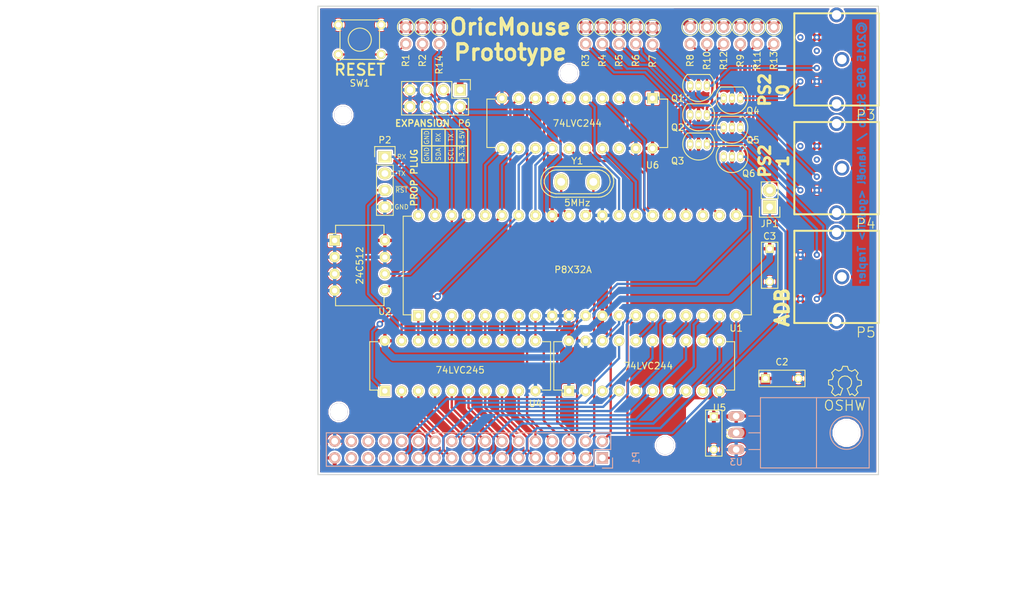
<source format=kicad_pcb>
(kicad_pcb (version 4) (host pcbnew "(2015-10-25 BZR 6279)-product")
  (layers (0 F.Cu signal) (31 B.Cu signal) (34 B.Paste user) (35 F.Paste user) (36 B.SilkS user) (37 F.SilkS user) (38 B.Mask user) (39 F.Mask user) (44 Edge.Cuts user))
  (net 0 "")
  (net 1 +5V)
  (net 2 GND)
  (net 3 +3V3)
  (net 4 "Net-(JP1-Pad1)")
  (net 5 /~RESET)
  (net 6 /~MAP)
  (net 7 /~ROMDIS)
  (net 8 /Phi2)
  (net 9 /I/O)
  (net 10 /I/O_C)
  (net 11 /R/W)
  (net 12 /~IRQ)
  (net 13 /D2)
  (net 14 /D0)
  (net 15 /A3)
  (net 16 /D1)
  (net 17 /A0)
  (net 18 /D6)
  (net 19 /A1)
  (net 20 /D3)
  (net 21 /A2)
  (net 22 /D4)
  (net 23 /D5)
  (net 24 /A4)
  (net 25 /A5)
  (net 26 /D7)
  (net 27 /A6)
  (net 28 /A15)
  (net 29 /A7)
  (net 30 /A14)
  (net 31 /A8)
  (net 32 /A13)
  (net 33 /A9)
  (net 34 /A12)
  (net 35 /A10)
  (net 36 /A11)
  (net 37 /RX)
  (net 38 /TX)
  (net 39 /~RST)
  (net 40 /SCL)
  (net 41 /SDA)
  (net 42 /PS2_0_DATA)
  (net 43 "Net-(P3-Pad1)")
  (net 44 /PS2_1_DATA)
  (net 45 "Net-(P4-Pad1)")
  (net 46 /ADB_DATA)
  (net 47 "Net-(P5-Pad1)")
  (net 48 /PS2_0_CLK)
  (net 49 "Net-(P3-Pad5)")
  (net 50 /PS2_1_CLK)
  (net 51 "Net-(P4-Pad5)")
  (net 52 /mD0)
  (net 53 /mD1)
  (net 54 /mD2)
  (net 55 /mD3)
  (net 56 /mD4)
  (net 57 /mD5)
  (net 58 /mD6)
  (net 59 /mD7)
  (net 60 /mA0)
  (net 61 /mA1)
  (net 62 /mA2)
  (net 63 /mA3)
  (net 64 /mA4)
  (net 65 /mA5)
  (net 66 /mA6)
  (net 67 /mA7)
  (net 68 /mRW)
  (net 69 /mIO)
  (net 70 /mIOc)
  (net 71 "Net-(U1-Pad30)")
  (net 72 "Net-(U1-Pad31)")
  (net 73 /mIRQ)
  (net 74 /mPhi2)
  (net 75 /mROMDIS)
  (net 76 /mMAP)
  (net 77 "Net-(P3-Pad2)")
  (net 78 "Net-(P3-Pad6)")
  (net 79 "Net-(P4-Pad2)")
  (net 80 "Net-(P4-Pad6)")
  (net 81 "Net-(U6-Pad2)")
  (net 82 "Net-(U6-Pad18)")
  (module MiniDIN6 (layer F.Cu) (at 167.64 109.68 270)
    (fp_text reference P4 (at 8.43 -4.445 360) (layer F.SilkS))
    (fp_text value "PS2 / 1" hide)
    (pad 1 thru_hole circle (at 1.3 3 270) (size 0.945 0.945) (drill 0.445) (layers *.Cu *.Mask) (net 45 "Net-(P4-Pad1)"))
    (pad 2 thru_hole circle (at -1.3 3 270) (size 0.945 0.945) (drill 0.445) (layers *.Cu *.Mask) (net 79 "Net-(P4-Pad2)"))
    (pad 3 thru_hole circle (at 3.35 3 270) (size 0.945 0.945) (drill 0.445) (layers *.Cu *.Mask) (net 2 GND))
    (pad 4 thru_hole circle (at -3.35 3 270) (size 0.945 0.945) (drill 0.445) (layers *.Cu *.Mask) (net 1 +5V))
    (pad 5 thru_hole circle (at 3.35 5.49 270) (size 0.945 0.945) (drill 0.445) (layers *.Cu *.Mask) (net 51 "Net-(P4-Pad5)"))
    (pad 6 thru_hole circle (at -3.35 5.49 270) (size 0.945 0.945) (drill 0.445) (layers *.Cu *.Mask) (net 80 "Net-(P4-Pad6)"))
    (pad "" thru_hole circle (at 0 -0.81 270) (size 2.245 2.245) (drill 1.445) (layers *.Cu *.Mask))
    (pad "" thru_hole circle (at 6.76 0 270) (size 2.245 2.245) (drill 1.445) (layers *.Cu *.Mask))
    (pad "" thru_hole circle (at -6.76 0 270) (size 2.245 2.245) (drill 1.445) (layers *.Cu *.Mask))
  )
  (module OricMouse:MiniDIN4 (layer F.Cu) (at 167.64 126.19 270)
    (fp_text reference P5 (at 8.43 -4.445 360) (layer F.SilkS))
    (fp_text value ADB hide)
    (pad 1 thru_hole circle (at 3.35 3 270) (size 0.945 0.945) (drill 0.445) (layers *.Cu *.Mask) (net 47 "Net-(P5-Pad1)"))
    (pad 2 thru_hole circle (at -3.35 3 270) (size 0.945 0.945) (drill 0.445) (layers *.Cu *.Mask) (net 5 /~RESET))
    (pad 3 thru_hole circle (at 3.35 5.49 270) (size 0.945 0.945) (drill 0.445) (layers *.Cu *.Mask) (net 1 +5V))
    (pad 4 thru_hole circle (at -3.35 5.49 270) (size 0.945 0.945) (drill 0.445) (layers *.Cu *.Mask) (net 2 GND))
    (pad "" thru_hole circle (at 0 -0.81 270) (size 2.245 2.245) (drill 1.445) (layers *.Cu *.Mask))
    (pad "" thru_hole circle (at 6.76 0 270) (size 2.245 2.245) (drill 1.445) (layers *.Cu *.Mask))
    (pad "" thru_hole circle (at -6.76 0 270) (size 2.245 2.245) (drill 1.445) (layers *.Cu *.Mask))
  )
  (module OricMouse:SW_PUSH_SMALL (layer F.Cu) (at 95.25 90.17)
    (fp_text reference SW1 (at 0 6.604) (layer F.SilkS))
    (fp_text value RESET (at 0 4.572) (layer F.SilkS) (effects (font (size 1.7 1.7) (thickness 0.3))))
    (pad 1 thru_hole circle (at 3.25 -2.25) (size 1.397 1.397) (drill 0.8128) (layers *.Cu *.Mask F.SilkS) (net 2 GND))
    (pad 2 thru_hole circle (at 3.25 2.25) (size 1.397 1.397) (drill 0.8128) (layers *.Cu *.Mask F.SilkS) (net 39 /~RST))
    (pad 1 thru_hole circle (at -3.25 -2.25) (size 1.397 1.397) (drill 0.8128) (layers *.Cu *.Mask F.SilkS) (net 2 GND))
    (pad 2 thru_hole circle (at -3.25 2.25) (size 1.397 1.397) (drill 0.8128) (layers *.Cu *.Mask F.SilkS) (net 39 /~RST))
  )
  (module Crystals:Crystal_HC50-U_Vertical (layer F.Cu) (at 128.27 111.76)
    (fp_text reference Y1 (at 0 -3.175) (layer F.SilkS))
    (fp_text value 5MHz (at 0 3.175) (layer F.SilkS))
    (pad 1 thru_hole oval (at -2.44094 0) (size 1.99898 2.49936) (drill 1.19888) (layers *.Cu *.Mask F.SilkS) (net 72 "Net-(U1-Pad31)"))
    (pad 2 thru_hole oval (at 2.44094 0) (size 1.99898 2.49936) (drill 1.19888) (layers *.Cu *.Mask F.SilkS) (net 71 "Net-(U1-Pad30)"))
  )
  (module Transistors_TO-220:TO-220_Neutral123_Horizontal (layer B.Cu) (at 152.4 149.86 90)
    (fp_text reference U3 (at -4.445 0 180) (layer B.SilkS) (effects (justify mirror)))
    (fp_text value LD1117)
    (pad 2 thru_hole oval (at 0 0) (size 2.49936 1.50114) (drill 1.00076) (layers *.Cu *.Mask B.SilkS) (net 3 +3V3))
    (pad 1 thru_hole oval (at -2.54 0) (size 2.49936 1.50114) (drill 1.00076) (layers *.Cu *.Mask B.SilkS) (net 2 GND))
    (pad 3 thru_hole oval (at 2.54 0) (size 2.49936 1.50114) (drill 1.00076) (layers *.Cu *.Mask B.SilkS) (net 1 +5V))
    (pad "" np_thru_hole circle (at 0 16.764) (size 3.79984 3.79984) (drill 3.79984) (layers *.Cu *.Mask B.SilkS))
  )
  (module Capacitors_ThroughHole:C_Rect_L7_W2.5_P5 (layer F.Cu) (at 149 147.4 270)
    (fp_text reference C1 (at 2.5 -2.5 270) (layer F.SilkS))
    (fp_text value 0.1uF)
    (pad 1 thru_hole rect (at 0 0 270) (size 1.3 1.3) (drill 0.8) (layers *.Cu *.Mask F.SilkS) (net 1 +5V))
    (pad 2 thru_hole circle (at 5 0 270) (size 1.3 1.3) (drill 0.8) (layers *.Cu *.Mask F.SilkS) (net 2 GND))
  )
  (module Capacitors_ThroughHole:C_Rect_L7_W2.5_P5 (layer F.Cu) (at 156.845 141.605)
    (fp_text reference C2 (at 2.5 -2.5) (layer F.SilkS))
    (fp_text value 0.1uF)
    (pad 1 thru_hole rect (at 0 0) (size 1.3 1.3) (drill 0.8) (layers *.Cu *.Mask F.SilkS) (net 3 +3V3))
    (pad 2 thru_hole circle (at 5 0) (size 1.3 1.3) (drill 0.8) (layers *.Cu *.Mask F.SilkS) (net 2 GND))
  )
  (module Capacitors_ThroughHole:C_Rect_L7_W2.5_P5 (layer F.Cu) (at 157.48 121.92 270)
    (fp_text reference C3 (at -1.905 0 360) (layer F.SilkS))
    (fp_text value 1uF)
    (pad 1 thru_hole rect (at 0 0 270) (size 1.3 1.3) (drill 0.8) (layers *.Cu *.Mask F.SilkS) (net 3 +3V3))
    (pad 2 thru_hole circle (at 5 0 270) (size 1.3 1.3) (drill 0.8) (layers *.Cu *.Mask F.SilkS) (net 2 GND))
  )
  (module Pin_Headers:Pin_Header_Straight_1x02 (layer F.Cu) (at 157.48 115.57 180)
    (fp_text reference JP1 (at 0 -2.54 180) (layer F.SilkS))
    (fp_text value JUMPER)
    (pad 1 thru_hole rect (at 0 0 180) (size 2.032 2.032) (drill 1.016) (layers *.Cu *.Mask F.SilkS) (net 4 "Net-(JP1-Pad1)"))
    (pad 2 thru_hole oval (at 0 2.54 180) (size 2.032 2.032) (drill 1.016) (layers *.Cu *.Mask F.SilkS) (net 5 /~RESET))
  )
  (module Pin_Headers:Pin_Header_Straight_2x17 (layer B.Cu) (at 132.08 153.67 90)
    (fp_text reference P1 (at 0 5.1 90) (layer B.SilkS) (effects (justify mirror)))
    (fp_text value CONN_02X17)
    (pad 1 thru_hole rect (at 0 0 90) (size 1.7272 1.7272) (drill 1.016) (layers *.Cu *.Mask B.SilkS) (net 6 /~MAP))
    (pad 2 thru_hole oval (at 2.54 0 90) (size 1.7272 1.7272) (drill 1.016) (layers *.Cu *.Mask B.SilkS) (net 7 /~ROMDIS))
    (pad 3 thru_hole oval (at 0 -2.54 90) (size 1.7272 1.7272) (drill 1.016) (layers *.Cu *.Mask B.SilkS) (net 8 /Phi2))
    (pad 4 thru_hole oval (at 2.54 -2.54 90) (size 1.7272 1.7272) (drill 1.016) (layers *.Cu *.Mask B.SilkS) (net 4 "Net-(JP1-Pad1)"))
    (pad 5 thru_hole oval (at 0 -5.08 90) (size 1.7272 1.7272) (drill 1.016) (layers *.Cu *.Mask B.SilkS) (net 9 /I/O))
    (pad 6 thru_hole oval (at 2.54 -5.08 90) (size 1.7272 1.7272) (drill 1.016) (layers *.Cu *.Mask B.SilkS) (net 10 /I/O_C))
    (pad 7 thru_hole oval (at 0 -7.62 90) (size 1.7272 1.7272) (drill 1.016) (layers *.Cu *.Mask B.SilkS) (net 11 /R/W))
    (pad 8 thru_hole oval (at 2.54 -7.62 90) (size 1.7272 1.7272) (drill 1.016) (layers *.Cu *.Mask B.SilkS) (net 12 /~IRQ))
    (pad 9 thru_hole oval (at 0 -10.16 90) (size 1.7272 1.7272) (drill 1.016) (layers *.Cu *.Mask B.SilkS) (net 13 /D2))
    (pad 10 thru_hole oval (at 2.54 -10.16 90) (size 1.7272 1.7272) (drill 1.016) (layers *.Cu *.Mask B.SilkS) (net 14 /D0))
    (pad 11 thru_hole oval (at 0 -12.7 90) (size 1.7272 1.7272) (drill 1.016) (layers *.Cu *.Mask B.SilkS) (net 15 /A3))
    (pad 12 thru_hole oval (at 2.54 -12.7 90) (size 1.7272 1.7272) (drill 1.016) (layers *.Cu *.Mask B.SilkS) (net 16 /D1))
    (pad 13 thru_hole oval (at 0 -15.24 90) (size 1.7272 1.7272) (drill 1.016) (layers *.Cu *.Mask B.SilkS) (net 17 /A0))
    (pad 14 thru_hole oval (at 2.54 -15.24 90) (size 1.7272 1.7272) (drill 1.016) (layers *.Cu *.Mask B.SilkS) (net 18 /D6))
    (pad 15 thru_hole oval (at 0 -17.78 90) (size 1.7272 1.7272) (drill 1.016) (layers *.Cu *.Mask B.SilkS) (net 19 /A1))
    (pad 16 thru_hole oval (at 2.54 -17.78 90) (size 1.7272 1.7272) (drill 1.016) (layers *.Cu *.Mask B.SilkS) (net 20 /D3))
    (pad 17 thru_hole oval (at 0 -20.32 90) (size 1.7272 1.7272) (drill 1.016) (layers *.Cu *.Mask B.SilkS) (net 21 /A2))
    (pad 18 thru_hole oval (at 2.54 -20.32 90) (size 1.7272 1.7272) (drill 1.016) (layers *.Cu *.Mask B.SilkS) (net 22 /D4))
    (pad 19 thru_hole oval (at 0 -22.86 90) (size 1.7272 1.7272) (drill 1.016) (layers *.Cu *.Mask B.SilkS) (net 23 /D5))
    (pad 20 thru_hole oval (at 2.54 -22.86 90) (size 1.7272 1.7272) (drill 1.016) (layers *.Cu *.Mask B.SilkS) (net 24 /A4))
    (pad 21 thru_hole oval (at 0 -25.4 90) (size 1.7272 1.7272) (drill 1.016) (layers *.Cu *.Mask B.SilkS) (net 25 /A5))
    (pad 22 thru_hole oval (at 2.54 -25.4 90) (size 1.7272 1.7272) (drill 1.016) (layers *.Cu *.Mask B.SilkS) (net 26 /D7))
    (pad 23 thru_hole oval (at 0 -27.94 90) (size 1.7272 1.7272) (drill 1.016) (layers *.Cu *.Mask B.SilkS) (net 27 /A6))
    (pad 24 thru_hole oval (at 2.54 -27.94 90) (size 1.7272 1.7272) (drill 1.016) (layers *.Cu *.Mask B.SilkS) (net 28 /A15))
    (pad 25 thru_hole oval (at 0 -30.48 90) (size 1.7272 1.7272) (drill 1.016) (layers *.Cu *.Mask B.SilkS) (net 29 /A7))
    (pad 26 thru_hole oval (at 2.54 -30.48 90) (size 1.7272 1.7272) (drill 1.016) (layers *.Cu *.Mask B.SilkS) (net 30 /A14))
    (pad 27 thru_hole oval (at 0 -33.02 90) (size 1.7272 1.7272) (drill 1.016) (layers *.Cu *.Mask B.SilkS) (net 31 /A8))
    (pad 28 thru_hole oval (at 2.54 -33.02 90) (size 1.7272 1.7272) (drill 1.016) (layers *.Cu *.Mask B.SilkS) (net 32 /A13))
    (pad 29 thru_hole oval (at 0 -35.56 90) (size 1.7272 1.7272) (drill 1.016) (layers *.Cu *.Mask B.SilkS) (net 33 /A9))
    (pad 30 thru_hole oval (at 2.54 -35.56 90) (size 1.7272 1.7272) (drill 1.016) (layers *.Cu *.Mask B.SilkS) (net 34 /A12))
    (pad 31 thru_hole oval (at 0 -38.1 90) (size 1.7272 1.7272) (drill 1.016) (layers *.Cu *.Mask B.SilkS) (net 35 /A10))
    (pad 32 thru_hole oval (at 2.54 -38.1 90) (size 1.7272 1.7272) (drill 1.016) (layers *.Cu *.Mask B.SilkS) (net 36 /A11))
    (pad 33 thru_hole oval (at 0 -40.64 90) (size 1.7272 1.7272) (drill 1.016) (layers *.Cu *.Mask B.SilkS) (net 1 +5V))
    (pad 34 thru_hole oval (at 2.54 -40.64 90) (size 1.7272 1.7272) (drill 1.016) (layers *.Cu *.Mask B.SilkS) (net 2 GND))
  )
  (module Pin_Headers:Pin_Header_Straight_2x04 (layer F.Cu) (at 110.49 97.79 270)
    (fp_text reference P6 (at 5.08 -0.635 360) (layer F.SilkS))
    (fp_text value EXPANSION (at 5.08 5.715 360) (layer F.SilkS) (effects (font (thickness 0.2))))
    (pad 1 thru_hole rect (at 0 0 270) (size 1.7272 1.7272) (drill 1.016) (layers *.Cu *.Mask F.SilkS) (net 1 +5V))
    (pad 2 thru_hole oval (at 2.54 0 270) (size 1.7272 1.7272) (drill 1.016) (layers *.Cu *.Mask F.SilkS) (net 3 +3V3))
    (pad 3 thru_hole oval (at 0 2.54 270) (size 1.7272 1.7272) (drill 1.016) (layers *.Cu *.Mask F.SilkS) (net 38 /TX))
    (pad 4 thru_hole oval (at 2.54 2.54 270) (size 1.7272 1.7272) (drill 1.016) (layers *.Cu *.Mask F.SilkS) (net 40 /SCL))
    (pad 5 thru_hole oval (at 0 5.08 270) (size 1.7272 1.7272) (drill 1.016) (layers *.Cu *.Mask F.SilkS) (net 37 /RX))
    (pad 6 thru_hole oval (at 2.54 5.08 270) (size 1.7272 1.7272) (drill 1.016) (layers *.Cu *.Mask F.SilkS) (net 41 /SDA))
    (pad 7 thru_hole oval (at 0 7.62 270) (size 1.7272 1.7272) (drill 1.016) (layers *.Cu *.Mask F.SilkS) (net 2 GND))
    (pad 8 thru_hole oval (at 2.54 7.62 270) (size 1.7272 1.7272) (drill 1.016) (layers *.Cu *.Mask F.SilkS) (net 2 GND))
  )
  (module Housings_TO-92:TO-92_Inline_Narrow_Oval (layer F.Cu) (at 147.955 97.155 180)
    (fp_text reference Q1 (at 4.445 -1.905 180) (layer F.SilkS))
    (fp_text value BS170)
    (pad 2 thru_hole oval (at 1.27 0) (size 0.89916 1.50114) (drill 0.6) (layers *.Cu *.Mask F.SilkS) (net 3 +3V3))
    (pad 3 thru_hole oval (at 2.54 0) (size 0.89916 1.50114) (drill 0.6) (layers *.Cu *.Mask F.SilkS) (net 42 /PS2_0_DATA))
    (pad 1 thru_hole oval (at 0 0) (size 0.89916 1.50114) (drill 0.6) (layers *.Cu *.Mask F.SilkS) (net 43 "Net-(P3-Pad1)"))
  )
  (module Housings_TO-92:TO-92_Inline_Narrow_Oval (layer F.Cu) (at 147.955 101.6 180)
    (fp_text reference Q2 (at 4.445 -1.905 180) (layer F.SilkS))
    (fp_text value BS170)
    (pad 2 thru_hole oval (at 1.27 0) (size 0.89916 1.50114) (drill 0.6) (layers *.Cu *.Mask F.SilkS) (net 3 +3V3))
    (pad 3 thru_hole oval (at 2.54 0) (size 0.89916 1.50114) (drill 0.6) (layers *.Cu *.Mask F.SilkS) (net 44 /PS2_1_DATA))
    (pad 1 thru_hole oval (at 0 0) (size 0.89916 1.50114) (drill 0.6) (layers *.Cu *.Mask F.SilkS) (net 45 "Net-(P4-Pad1)"))
  )
  (module Housings_TO-92:TO-92_Inline_Narrow_Oval (layer F.Cu) (at 147.955 106.045 180)
    (fp_text reference Q3 (at 4.445 -2.54 180) (layer F.SilkS))
    (fp_text value BS170)
    (pad 2 thru_hole oval (at 1.27 0) (size 0.89916 1.50114) (drill 0.6) (layers *.Cu *.Mask F.SilkS) (net 3 +3V3))
    (pad 3 thru_hole oval (at 2.54 0) (size 0.89916 1.50114) (drill 0.6) (layers *.Cu *.Mask F.SilkS) (net 46 /ADB_DATA))
    (pad 1 thru_hole oval (at 0 0) (size 0.89916 1.50114) (drill 0.6) (layers *.Cu *.Mask F.SilkS) (net 47 "Net-(P5-Pad1)"))
  )
  (module Housings_TO-92:TO-92_Inline_Narrow_Oval (layer F.Cu) (at 153.035 99.06 180)
    (fp_text reference Q4 (at -1.905 -1.905 180) (layer F.SilkS))
    (fp_text value BS170)
    (pad 2 thru_hole oval (at 1.27 0) (size 0.89916 1.50114) (drill 0.6) (layers *.Cu *.Mask F.SilkS) (net 3 +3V3))
    (pad 3 thru_hole oval (at 2.54 0) (size 0.89916 1.50114) (drill 0.6) (layers *.Cu *.Mask F.SilkS) (net 48 /PS2_0_CLK))
    (pad 1 thru_hole oval (at 0 0) (size 0.89916 1.50114) (drill 0.6) (layers *.Cu *.Mask F.SilkS) (net 49 "Net-(P3-Pad5)"))
  )
  (module Housings_TO-92:TO-92_Inline_Narrow_Oval (layer F.Cu) (at 153.035 103.505 180)
    (fp_text reference Q5 (at -1.905 -1.905 180) (layer F.SilkS))
    (fp_text value BS170)
    (pad 2 thru_hole oval (at 1.27 0) (size 0.89916 1.50114) (drill 0.6) (layers *.Cu *.Mask F.SilkS) (net 3 +3V3))
    (pad 3 thru_hole oval (at 2.54 0) (size 0.89916 1.50114) (drill 0.6) (layers *.Cu *.Mask F.SilkS) (net 50 /PS2_1_CLK))
    (pad 1 thru_hole oval (at 0 0) (size 0.89916 1.50114) (drill 0.6) (layers *.Cu *.Mask F.SilkS) (net 51 "Net-(P4-Pad5)"))
  )
  (module Housings_TO-92:TO-92_Inline_Narrow_Oval (layer F.Cu) (at 153.035 107.95 180)
    (fp_text reference Q6 (at -1.27 -2.54 180) (layer F.SilkS))
    (fp_text value BS170)
    (pad 2 thru_hole oval (at 1.27 0) (size 0.89916 1.50114) (drill 0.6) (layers *.Cu *.Mask F.SilkS) (net 3 +3V3))
    (pad 3 thru_hole oval (at 2.54 0) (size 0.89916 1.50114) (drill 0.6) (layers *.Cu *.Mask F.SilkS) (net 39 /~RST))
    (pad 1 thru_hole oval (at 0 0) (size 0.89916 1.50114) (drill 0.6) (layers *.Cu *.Mask F.SilkS) (net 5 /~RESET))
  )
  (module Housings_DIP:DIP-40_W15.24mm (layer F.Cu) (at 104.14 132.08 90)
    (fp_text reference U1 (at -1.905 48.26 180) (layer F.SilkS))
    (fp_text value P8X32A (at 6.985 23.495 180) (layer F.SilkS))
    (pad 1 thru_hole rect (at 0 0 90) (size 1.6 1.6) (drill 0.8) (layers *.Cu *.Mask F.SilkS) (net 59 /mD7))
    (pad 2 thru_hole oval (at 0 2.54 90) (size 1.6 1.6) (drill 0.8) (layers *.Cu *.Mask F.SilkS) (net 57 /mD5))
    (pad 3 thru_hole oval (at 0 5.08 90) (size 1.6 1.6) (drill 0.8) (layers *.Cu *.Mask F.SilkS) (net 56 /mD4))
    (pad 4 thru_hole oval (at 0 7.62 90) (size 1.6 1.6) (drill 0.8) (layers *.Cu *.Mask F.SilkS) (net 55 /mD3))
    (pad 5 thru_hole oval (at 0 10.16 90) (size 1.6 1.6) (drill 0.8) (layers *.Cu *.Mask F.SilkS) (net 58 /mD6))
    (pad 6 thru_hole oval (at 0 12.7 90) (size 1.6 1.6) (drill 0.8) (layers *.Cu *.Mask F.SilkS) (net 53 /mD1))
    (pad 7 thru_hole oval (at 0 15.24 90) (size 1.6 1.6) (drill 0.8) (layers *.Cu *.Mask F.SilkS) (net 54 /mD2))
    (pad 8 thru_hole oval (at 0 17.78 90) (size 1.6 1.6) (drill 0.8) (layers *.Cu *.Mask F.SilkS) (net 52 /mD0))
    (pad 9 thru_hole oval (at 0 20.32 90) (size 1.6 1.6) (drill 0.8) (layers *.Cu *.Mask F.SilkS) (net 2 GND))
    (pad 10 thru_hole oval (at 0 22.86 90) (size 1.6 1.6) (drill 0.8) (layers *.Cu *.Mask F.SilkS) (net 2 GND))
    (pad 11 thru_hole oval (at 0 25.4 90) (size 1.6 1.6) (drill 0.8) (layers *.Cu *.Mask F.SilkS) (net 39 /~RST))
    (pad 12 thru_hole oval (at 0 27.94 90) (size 1.6 1.6) (drill 0.8) (layers *.Cu *.Mask F.SilkS) (net 3 +3V3))
    (pad 13 thru_hole oval (at 0 30.48 90) (size 1.6 1.6) (drill 0.8) (layers *.Cu *.Mask F.SilkS) (net 67 /mA7))
    (pad 14 thru_hole oval (at 0 33.02 90) (size 1.6 1.6) (drill 0.8) (layers *.Cu *.Mask F.SilkS) (net 66 /mA6))
    (pad 15 thru_hole oval (at 0 35.56 90) (size 1.6 1.6) (drill 0.8) (layers *.Cu *.Mask F.SilkS) (net 65 /mA5))
    (pad 16 thru_hole oval (at 0 38.1 90) (size 1.6 1.6) (drill 0.8) (layers *.Cu *.Mask F.SilkS) (net 64 /mA4))
    (pad 17 thru_hole oval (at 0 40.64 90) (size 1.6 1.6) (drill 0.8) (layers *.Cu *.Mask F.SilkS) (net 62 /mA2))
    (pad 18 thru_hole oval (at 0 43.18 90) (size 1.6 1.6) (drill 0.8) (layers *.Cu *.Mask F.SilkS) (net 61 /mA1))
    (pad 19 thru_hole oval (at 0 45.72 90) (size 1.6 1.6) (drill 0.8) (layers *.Cu *.Mask F.SilkS) (net 60 /mA0))
    (pad 20 thru_hole oval (at 0 48.26 90) (size 1.6 1.6) (drill 0.8) (layers *.Cu *.Mask F.SilkS) (net 63 /mA3))
    (pad 21 thru_hole oval (at 15.24 48.26 90) (size 1.6 1.6) (drill 0.8) (layers *.Cu *.Mask F.SilkS) (net 50 /PS2_1_CLK))
    (pad 22 thru_hole oval (at 15.24 45.72 90) (size 1.6 1.6) (drill 0.8) (layers *.Cu *.Mask F.SilkS) (net 48 /PS2_0_CLK))
    (pad 23 thru_hole oval (at 15.24 43.18 90) (size 1.6 1.6) (drill 0.8) (layers *.Cu *.Mask F.SilkS) (net 46 /ADB_DATA))
    (pad 24 thru_hole oval (at 15.24 40.64 90) (size 1.6 1.6) (drill 0.8) (layers *.Cu *.Mask F.SilkS) (net 44 /PS2_1_DATA))
    (pad 25 thru_hole oval (at 15.24 38.1 90) (size 1.6 1.6) (drill 0.8) (layers *.Cu *.Mask F.SilkS) (net 42 /PS2_0_DATA))
    (pad 26 thru_hole oval (at 15.24 35.56 90) (size 1.6 1.6) (drill 0.8) (layers *.Cu *.Mask F.SilkS) (net 75 /mROMDIS))
    (pad 27 thru_hole oval (at 15.24 33.02 90) (size 1.6 1.6) (drill 0.8) (layers *.Cu *.Mask F.SilkS) (net 76 /mMAP))
    (pad 28 thru_hole oval (at 15.24 30.48 90) (size 1.6 1.6) (drill 0.8) (layers *.Cu *.Mask F.SilkS) (net 74 /mPhi2))
    (pad 29 thru_hole oval (at 15.24 27.94 90) (size 1.6 1.6) (drill 0.8) (layers *.Cu *.Mask F.SilkS) (net 2 GND))
    (pad 30 thru_hole oval (at 15.24 25.4 90) (size 1.6 1.6) (drill 0.8) (layers *.Cu *.Mask F.SilkS) (net 71 "Net-(U1-Pad30)"))
    (pad 31 thru_hole oval (at 15.24 22.86 90) (size 1.6 1.6) (drill 0.8) (layers *.Cu *.Mask F.SilkS) (net 72 "Net-(U1-Pad31)"))
    (pad 32 thru_hole oval (at 15.24 20.32 90) (size 1.6 1.6) (drill 0.8) (layers *.Cu *.Mask F.SilkS) (net 3 +3V3))
    (pad 33 thru_hole oval (at 15.24 17.78 90) (size 1.6 1.6) (drill 0.8) (layers *.Cu *.Mask F.SilkS) (net 69 /mIO))
    (pad 34 thru_hole oval (at 15.24 15.24 90) (size 1.6 1.6) (drill 0.8) (layers *.Cu *.Mask F.SilkS) (net 70 /mIOc))
    (pad 35 thru_hole oval (at 15.24 12.7 90) (size 1.6 1.6) (drill 0.8) (layers *.Cu *.Mask F.SilkS) (net 68 /mRW))
    (pad 36 thru_hole oval (at 15.24 10.16 90) (size 1.6 1.6) (drill 0.8) (layers *.Cu *.Mask F.SilkS) (net 73 /mIRQ))
    (pad 37 thru_hole oval (at 15.24 7.62 90) (size 1.6 1.6) (drill 0.8) (layers *.Cu *.Mask F.SilkS) (net 40 /SCL))
    (pad 38 thru_hole oval (at 15.24 5.08 90) (size 1.6 1.6) (drill 0.8) (layers *.Cu *.Mask F.SilkS) (net 41 /SDA))
    (pad 39 thru_hole oval (at 15.24 2.54 90) (size 1.6 1.6) (drill 0.8) (layers *.Cu *.Mask F.SilkS) (net 37 /RX))
    (pad 40 thru_hole oval (at 15.24 0 90) (size 1.6 1.6) (drill 0.8) (layers *.Cu *.Mask F.SilkS) (net 38 /TX))
  )
  (module Housings_DIP:DIP-8_W7.62mm (layer F.Cu) (at 91.44 120.65)
    (fp_text reference U2 (at 7.62 10.795) (layer F.SilkS))
    (fp_text value 24C512 (at 3.81 3.81 90) (layer F.SilkS))
    (pad 1 thru_hole rect (at 0 0) (size 1.6 1.6) (drill 0.8) (layers *.Cu *.Mask F.SilkS) (net 2 GND))
    (pad 2 thru_hole oval (at 0 2.54) (size 1.6 1.6) (drill 0.8) (layers *.Cu *.Mask F.SilkS) (net 2 GND))
    (pad 3 thru_hole oval (at 0 5.08) (size 1.6 1.6) (drill 0.8) (layers *.Cu *.Mask F.SilkS) (net 2 GND))
    (pad 4 thru_hole oval (at 0 7.62) (size 1.6 1.6) (drill 0.8) (layers *.Cu *.Mask F.SilkS) (net 2 GND))
    (pad 5 thru_hole oval (at 7.62 7.62) (size 1.6 1.6) (drill 0.8) (layers *.Cu *.Mask F.SilkS) (net 41 /SDA))
    (pad 6 thru_hole oval (at 7.62 5.08) (size 1.6 1.6) (drill 0.8) (layers *.Cu *.Mask F.SilkS) (net 40 /SCL))
    (pad 7 thru_hole oval (at 7.62 2.54) (size 1.6 1.6) (drill 0.8) (layers *.Cu *.Mask F.SilkS) (net 2 GND))
    (pad 8 thru_hole oval (at 7.62 0) (size 1.6 1.6) (drill 0.8) (layers *.Cu *.Mask F.SilkS) (net 3 +3V3))
  )
  (module Housings_DIP:DIP-20_W7.62mm (layer F.Cu) (at 99.06 143.51 90)
    (fp_text reference U4 (at -1.905 22.86 180) (layer F.SilkS))
    (fp_text value 74LVC245 (at 3.175 11.43 180) (layer F.SilkS))
    (pad 1 thru_hole rect (at 0 0 90) (size 1.6 1.6) (drill 0.8) (layers *.Cu *.Mask F.SilkS) (net 68 /mRW))
    (pad 2 thru_hole oval (at 0 2.54 90) (size 1.6 1.6) (drill 0.8) (layers *.Cu *.Mask F.SilkS) (net 26 /D7))
    (pad 3 thru_hole oval (at 0 5.08 90) (size 1.6 1.6) (drill 0.8) (layers *.Cu *.Mask F.SilkS) (net 23 /D5))
    (pad 4 thru_hole oval (at 0 7.62 90) (size 1.6 1.6) (drill 0.8) (layers *.Cu *.Mask F.SilkS) (net 22 /D4))
    (pad 5 thru_hole oval (at 0 10.16 90) (size 1.6 1.6) (drill 0.8) (layers *.Cu *.Mask F.SilkS) (net 20 /D3))
    (pad 6 thru_hole oval (at 0 12.7 90) (size 1.6 1.6) (drill 0.8) (layers *.Cu *.Mask F.SilkS) (net 18 /D6))
    (pad 7 thru_hole oval (at 0 15.24 90) (size 1.6 1.6) (drill 0.8) (layers *.Cu *.Mask F.SilkS) (net 16 /D1))
    (pad 8 thru_hole oval (at 0 17.78 90) (size 1.6 1.6) (drill 0.8) (layers *.Cu *.Mask F.SilkS) (net 13 /D2))
    (pad 9 thru_hole oval (at 0 20.32 90) (size 1.6 1.6) (drill 0.8) (layers *.Cu *.Mask F.SilkS) (net 14 /D0))
    (pad 10 thru_hole oval (at 0 22.86 90) (size 1.6 1.6) (drill 0.8) (layers *.Cu *.Mask F.SilkS) (net 2 GND))
    (pad 11 thru_hole oval (at 7.62 22.86 90) (size 1.6 1.6) (drill 0.8) (layers *.Cu *.Mask F.SilkS) (net 52 /mD0))
    (pad 12 thru_hole oval (at 7.62 20.32 90) (size 1.6 1.6) (drill 0.8) (layers *.Cu *.Mask F.SilkS) (net 54 /mD2))
    (pad 13 thru_hole oval (at 7.62 17.78 90) (size 1.6 1.6) (drill 0.8) (layers *.Cu *.Mask F.SilkS) (net 53 /mD1))
    (pad 14 thru_hole oval (at 7.62 15.24 90) (size 1.6 1.6) (drill 0.8) (layers *.Cu *.Mask F.SilkS) (net 58 /mD6))
    (pad 15 thru_hole oval (at 7.62 12.7 90) (size 1.6 1.6) (drill 0.8) (layers *.Cu *.Mask F.SilkS) (net 55 /mD3))
    (pad 16 thru_hole oval (at 7.62 10.16 90) (size 1.6 1.6) (drill 0.8) (layers *.Cu *.Mask F.SilkS) (net 56 /mD4))
    (pad 17 thru_hole oval (at 7.62 7.62 90) (size 1.6 1.6) (drill 0.8) (layers *.Cu *.Mask F.SilkS) (net 57 /mD5))
    (pad 18 thru_hole oval (at 7.62 5.08 90) (size 1.6 1.6) (drill 0.8) (layers *.Cu *.Mask F.SilkS) (net 59 /mD7))
    (pad 19 thru_hole oval (at 7.62 2.54 90) (size 1.6 1.6) (drill 0.8) (layers *.Cu *.Mask F.SilkS) (net 70 /mIOc))
    (pad 20 thru_hole oval (at 7.62 0 90) (size 1.6 1.6) (drill 0.8) (layers *.Cu *.Mask F.SilkS) (net 3 +3V3))
  )
  (module Housings_DIP:DIP-20_W7.62mm (layer F.Cu) (at 127 143.51 90)
    (fp_text reference U5 (at -2.54 22.86 180) (layer F.SilkS))
    (fp_text value 74LVC244 (at 3.81 12.065 180) (layer F.SilkS))
    (pad 1 thru_hole rect (at 0 0 90) (size 1.6 1.6) (drill 0.8) (layers *.Cu *.Mask F.SilkS) (net 2 GND))
    (pad 2 thru_hole oval (at 0 2.54 90) (size 1.6 1.6) (drill 0.8) (layers *.Cu *.Mask F.SilkS) (net 29 /A7))
    (pad 3 thru_hole oval (at 0 5.08 90) (size 1.6 1.6) (drill 0.8) (layers *.Cu *.Mask F.SilkS) (net 66 /mA6))
    (pad 4 thru_hole oval (at 0 7.62 90) (size 1.6 1.6) (drill 0.8) (layers *.Cu *.Mask F.SilkS) (net 25 /A5))
    (pad 5 thru_hole oval (at 0 10.16 90) (size 1.6 1.6) (drill 0.8) (layers *.Cu *.Mask F.SilkS) (net 64 /mA4))
    (pad 6 thru_hole oval (at 0 12.7 90) (size 1.6 1.6) (drill 0.8) (layers *.Cu *.Mask F.SilkS) (net 21 /A2))
    (pad 7 thru_hole oval (at 0 15.24 90) (size 1.6 1.6) (drill 0.8) (layers *.Cu *.Mask F.SilkS) (net 61 /mA1))
    (pad 8 thru_hole oval (at 0 17.78 90) (size 1.6 1.6) (drill 0.8) (layers *.Cu *.Mask F.SilkS) (net 17 /A0))
    (pad 9 thru_hole oval (at 0 20.32 90) (size 1.6 1.6) (drill 0.8) (layers *.Cu *.Mask F.SilkS) (net 63 /mA3))
    (pad 10 thru_hole oval (at 0 22.86 90) (size 1.6 1.6) (drill 0.8) (layers *.Cu *.Mask F.SilkS) (net 2 GND))
    (pad 11 thru_hole oval (at 7.62 22.86 90) (size 1.6 1.6) (drill 0.8) (layers *.Cu *.Mask F.SilkS) (net 15 /A3))
    (pad 12 thru_hole oval (at 7.62 20.32 90) (size 1.6 1.6) (drill 0.8) (layers *.Cu *.Mask F.SilkS) (net 60 /mA0))
    (pad 13 thru_hole oval (at 7.62 17.78 90) (size 1.6 1.6) (drill 0.8) (layers *.Cu *.Mask F.SilkS) (net 19 /A1))
    (pad 14 thru_hole oval (at 7.62 15.24 90) (size 1.6 1.6) (drill 0.8) (layers *.Cu *.Mask F.SilkS) (net 62 /mA2))
    (pad 15 thru_hole oval (at 7.62 12.7 90) (size 1.6 1.6) (drill 0.8) (layers *.Cu *.Mask F.SilkS) (net 24 /A4))
    (pad 16 thru_hole oval (at 7.62 10.16 90) (size 1.6 1.6) (drill 0.8) (layers *.Cu *.Mask F.SilkS) (net 65 /mA5))
    (pad 17 thru_hole oval (at 7.62 7.62 90) (size 1.6 1.6) (drill 0.8) (layers *.Cu *.Mask F.SilkS) (net 27 /A6))
    (pad 18 thru_hole oval (at 7.62 5.08 90) (size 1.6 1.6) (drill 0.8) (layers *.Cu *.Mask F.SilkS) (net 67 /mA7))
    (pad 19 thru_hole oval (at 7.62 2.54 90) (size 1.6 1.6) (drill 0.8) (layers *.Cu *.Mask F.SilkS) (net 2 GND))
    (pad 20 thru_hole oval (at 7.62 0 90) (size 1.6 1.6) (drill 0.8) (layers *.Cu *.Mask F.SilkS) (net 3 +3V3))
  )
  (module Housings_DIP:DIP-20_W7.62mm (layer F.Cu) (at 139.7 99.06 270)
    (fp_text reference U6 (at 10.16 0 360) (layer F.SilkS))
    (fp_text value 74LVC244 (at 3.81 11.43 360) (layer F.SilkS))
    (pad 1 thru_hole rect (at 0 0 270) (size 1.6 1.6) (drill 0.8) (layers *.Cu *.Mask F.SilkS) (net 2 GND))
    (pad 2 thru_hole oval (at 0 2.54 270) (size 1.6 1.6) (drill 0.8) (layers *.Cu *.Mask F.SilkS) (net 81 "Net-(U6-Pad2)"))
    (pad 3 thru_hole oval (at 0 5.08 270) (size 1.6 1.6) (drill 0.8) (layers *.Cu *.Mask F.SilkS) (net 6 /~MAP))
    (pad 4 thru_hole oval (at 0 7.62 270) (size 1.6 1.6) (drill 0.8) (layers *.Cu *.Mask F.SilkS) (net 75 /mROMDIS))
    (pad 5 thru_hole oval (at 0 10.16 270) (size 1.6 1.6) (drill 0.8) (layers *.Cu *.Mask F.SilkS) (net 74 /mPhi2))
    (pad 6 thru_hole oval (at 0 12.7 270) (size 1.6 1.6) (drill 0.8) (layers *.Cu *.Mask F.SilkS) (net 9 /I/O))
    (pad 7 thru_hole oval (at 0 15.24 270) (size 1.6 1.6) (drill 0.8) (layers *.Cu *.Mask F.SilkS) (net 10 /I/O_C))
    (pad 8 thru_hole oval (at 0 17.78 270) (size 1.6 1.6) (drill 0.8) (layers *.Cu *.Mask F.SilkS) (net 11 /R/W))
    (pad 9 thru_hole oval (at 0 20.32 270) (size 1.6 1.6) (drill 0.8) (layers *.Cu *.Mask F.SilkS) (net 12 /~IRQ))
    (pad 10 thru_hole oval (at 0 22.86 270) (size 1.6 1.6) (drill 0.8) (layers *.Cu *.Mask F.SilkS) (net 2 GND))
    (pad 11 thru_hole oval (at 7.62 22.86 270) (size 1.6 1.6) (drill 0.8) (layers *.Cu *.Mask F.SilkS) (net 73 /mIRQ))
    (pad 12 thru_hole oval (at 7.62 20.32 270) (size 1.6 1.6) (drill 0.8) (layers *.Cu *.Mask F.SilkS) (net 68 /mRW))
    (pad 13 thru_hole oval (at 7.62 17.78 270) (size 1.6 1.6) (drill 0.8) (layers *.Cu *.Mask F.SilkS) (net 70 /mIOc))
    (pad 14 thru_hole oval (at 7.62 15.24 270) (size 1.6 1.6) (drill 0.8) (layers *.Cu *.Mask F.SilkS) (net 69 /mIO))
    (pad 15 thru_hole oval (at 7.62 12.7 270) (size 1.6 1.6) (drill 0.8) (layers *.Cu *.Mask F.SilkS) (net 8 /Phi2))
    (pad 16 thru_hole oval (at 7.62 10.16 270) (size 1.6 1.6) (drill 0.8) (layers *.Cu *.Mask F.SilkS) (net 7 /~ROMDIS))
    (pad 17 thru_hole oval (at 7.62 7.62 270) (size 1.6 1.6) (drill 0.8) (layers *.Cu *.Mask F.SilkS) (net 76 /mMAP))
    (pad 18 thru_hole oval (at 7.62 5.08 270) (size 1.6 1.6) (drill 0.8) (layers *.Cu *.Mask F.SilkS) (net 82 "Net-(U6-Pad18)"))
    (pad 19 thru_hole oval (at 7.62 2.54 270) (size 1.6 1.6) (drill 0.8) (layers *.Cu *.Mask F.SilkS) (net 2 GND))
    (pad 20 thru_hole oval (at 7.62 0 270) (size 1.6 1.6) (drill 0.8) (layers *.Cu *.Mask F.SilkS) (net 3 +3V3))
  )
  (module Pin_Headers:Pin_Header_Straight_1x04 (layer F.Cu) (at 99.06 107.95)
    (fp_text reference P2 (at 0 -2.54) (layer F.SilkS))
    (fp_text value "PROP PLUG" (at 4.445 3.175 90) (layer F.SilkS) (effects (font (thickness 0.2))))
    (pad 1 thru_hole rect (at 0 0) (size 2.032 1.7272) (drill 1.016) (layers *.Cu *.Mask F.SilkS) (net 37 /RX))
    (pad 2 thru_hole oval (at 0 2.54) (size 2.032 1.7272) (drill 1.016) (layers *.Cu *.Mask F.SilkS) (net 38 /TX))
    (pad 3 thru_hole oval (at 0 5.08) (size 2.032 1.7272) (drill 1.016) (layers *.Cu *.Mask F.SilkS) (net 39 /~RST))
    (pad 4 thru_hole oval (at 0 7.62) (size 2.032 1.7272) (drill 1.016) (layers *.Cu *.Mask F.SilkS) (net 2 GND))
  )
  (module Symbols:Symbol_OSHW-Logo_SilkScreen (layer F.Cu) (at 168.91 142.24)
    (fp_text reference REF** hide)
    (fp_text value Symbol_OSHW-Logo_SilkScreen)
  )
  (module Mounting_Holes:MountingHole_2-7mm (layer F.Cu) (at 92.71 101.6)
    (fp_text reference REF** hide)
    (fp_text value MountingHole_2-7mm)
    (pad 1 thru_hole circle (at 0 0) (size 2.7 2.7) (drill 2.7) (layers))
  )
  (module Mounting_Holes:MountingHole_2-7mm (layer F.Cu) (at 141.605 151.765)
    (fp_text reference REF** hide)
    (fp_text value MountingHole_2-7mm)
    (pad 1 thru_hole circle (at 0 0) (size 2.7 2.7) (drill 2.7) (layers))
  )
  (module Mounting_Holes:MountingHole_2-7mm (layer F.Cu) (at 127 95.25)
    (fp_text reference REF** hide)
    (fp_text value MountingHole_2-7mm)
    (pad 1 thru_hole circle (at 0 0) (size 2.7 2.7) (drill 2.7) (layers))
  )
  (module Mounting_Holes:MountingHole_2-7mm (layer F.Cu) (at 92.075 146.685)
    (fp_text reference REF** hide)
    (fp_text value MountingHole_2-7mm)
    (pad 1 thru_hole circle (at 0 0) (size 2.7 2.7) (drill 2.7) (layers))
  )
  (module OricMouse:MiniDIN6 (layer F.Cu) (at 167.64 93.17 270)
    (fp_text reference P3 (at 8.43 -4.445 360) (layer F.SilkS))
    (fp_text value PS2/0 hide)
    (pad 1 thru_hole circle (at 1.3 3 270) (size 0.945 0.945) (drill 0.445) (layers *.Cu *.Mask) (net 43 "Net-(P3-Pad1)"))
    (pad 2 thru_hole circle (at -1.3 3 270) (size 0.945 0.945) (drill 0.445) (layers *.Cu *.Mask) (net 77 "Net-(P3-Pad2)"))
    (pad 3 thru_hole circle (at 3.35 3 270) (size 0.945 0.945) (drill 0.445) (layers *.Cu *.Mask) (net 2 GND))
    (pad 4 thru_hole circle (at -3.35 3 270) (size 0.945 0.945) (drill 0.445) (layers *.Cu *.Mask) (net 1 +5V))
    (pad 5 thru_hole circle (at 3.35 5.49 270) (size 0.945 0.945) (drill 0.445) (layers *.Cu *.Mask) (net 49 "Net-(P3-Pad5)"))
    (pad 6 thru_hole circle (at -3.35 5.49 270) (size 0.945 0.945) (drill 0.445) (layers *.Cu *.Mask) (net 78 "Net-(P3-Pad6)"))
    (pad "" thru_hole circle (at 0 -0.81 270) (size 2.245 2.245) (drill 1.445) (layers *.Cu *.Mask))
    (pad "" thru_hole circle (at 6.76 0 270) (size 2.245 2.245) (drill 1.445) (layers *.Cu *.Mask))
    (pad "" thru_hole circle (at -6.76 0 270) (size 2.245 2.245) (drill 1.445) (layers *.Cu *.Mask))
  )
  (module OricMouse:Resistor_Vertical_RM5mm (layer F.Cu) (at 102.235 90.805 270)
    (fp_text reference R1 (at 2.54 0 270) (layer F.SilkS))
    (fp_text value 10K)
    (pad 1 thru_hole circle (at -2.54 0 270) (size 1.7272 1.7272) (drill 1.00076) (layers *.Cu *.SilkS *.Mask) (net 3 +3V3))
    (pad 2 thru_hole circle (at 0 0 270) (size 1.7272 1.7272) (drill 1.00076) (layers *.Cu *.SilkS *.Mask) (net 39 /~RST))
  )
  (module OricMouse:Resistor_Vertical_RM5mm (layer F.Cu) (at 104.775 90.805 270)
    (fp_text reference R2 (at 2.54 0 270) (layer F.SilkS))
    (fp_text value 10K)
    (pad 1 thru_hole circle (at -2.54 0 270) (size 1.7272 1.7272) (drill 1.00076) (layers *.Cu *.SilkS *.Mask) (net 3 +3V3))
    (pad 2 thru_hole circle (at 0 0 270) (size 1.7272 1.7272) (drill 1.00076) (layers *.Cu *.SilkS *.Mask) (net 41 /SDA))
  )
  (module OricMouse:Resistor_Vertical_RM5mm (layer F.Cu) (at 132.08 90.805 270)
    (fp_text reference R4 (at 2.54 0 270) (layer F.SilkS))
    (fp_text value 10K)
    (pad 1 thru_hole circle (at -2.54 0 270) (size 1.7272 1.7272) (drill 1.00076) (layers *.Cu *.SilkS *.Mask) (net 3 +3V3))
    (pad 2 thru_hole circle (at 0 0 270) (size 1.7272 1.7272) (drill 1.00076) (layers *.Cu *.SilkS *.Mask) (net 50 /PS2_1_CLK))
  )
  (module OricMouse:Resistor_Vertical_RM5mm (layer F.Cu) (at 134.62 90.805 270)
    (fp_text reference R5 (at 2.54 0 270) (layer F.SilkS))
    (fp_text value 10K)
    (pad 1 thru_hole circle (at -2.54 0 270) (size 1.7272 1.7272) (drill 1.00076) (layers *.Cu *.SilkS *.Mask) (net 3 +3V3))
    (pad 2 thru_hole circle (at 0 0 270) (size 1.7272 1.7272) (drill 1.00076) (layers *.Cu *.SilkS *.Mask) (net 44 /PS2_1_DATA))
  )
  (module OricMouse:Resistor_Vertical_RM5mm (layer F.Cu) (at 137.16 90.805 270)
    (fp_text reference R6 (at 2.54 0 270) (layer F.SilkS))
    (fp_text value 10K)
    (pad 1 thru_hole circle (at -2.54 0 270) (size 1.7272 1.7272) (drill 1.00076) (layers *.Cu *.SilkS *.Mask) (net 3 +3V3))
    (pad 2 thru_hole circle (at 0 0 270) (size 1.7272 1.7272) (drill 1.00076) (layers *.Cu *.SilkS *.Mask) (net 48 /PS2_0_CLK))
  )
  (module OricMouse:Resistor_Vertical_RM5mm (layer F.Cu) (at 139.7 90.91 270)
    (fp_text reference R7 (at 2.54 0 270) (layer F.SilkS))
    (fp_text value 10K)
    (pad 1 thru_hole circle (at -2.54 0 270) (size 1.7272 1.7272) (drill 1.00076) (layers *.Cu *.SilkS *.Mask) (net 3 +3V3))
    (pad 2 thru_hole circle (at 0 0 270) (size 1.7272 1.7272) (drill 1.00076) (layers *.Cu *.SilkS *.Mask) (net 42 /PS2_0_DATA))
  )
  (module OricMouse:Resistor_Vertical_RM5mm (layer F.Cu) (at 145.415 90.805 270)
    (fp_text reference R8 (at 2.54 0 270) (layer F.SilkS))
    (fp_text value 10K)
    (pad 1 thru_hole circle (at -2.54 0 270) (size 1.7272 1.7272) (drill 1.00076) (layers *.Cu *.SilkS *.Mask) (net 1 +5V))
    (pad 2 thru_hole circle (at 0 0 270) (size 1.7272 1.7272) (drill 1.00076) (layers *.Cu *.SilkS *.Mask) (net 43 "Net-(P3-Pad1)"))
  )
  (module OricMouse:Resistor_Vertical_RM5mm (layer F.Cu) (at 153.035 90.805 270)
    (fp_text reference R9 (at 2.54 0 270) (layer F.SilkS))
    (fp_text value 10K)
    (pad 1 thru_hole circle (at -2.54 0 270) (size 1.7272 1.7272) (drill 1.00076) (layers *.Cu *.SilkS *.Mask) (net 1 +5V))
    (pad 2 thru_hole circle (at 0 0 270) (size 1.7272 1.7272) (drill 1.00076) (layers *.Cu *.SilkS *.Mask) (net 49 "Net-(P3-Pad5)"))
  )
  (module OricMouse:Resistor_Vertical_RM5mm (layer F.Cu) (at 147.955 90.805 270)
    (fp_text reference R10 (at 2.54 0 270) (layer F.SilkS))
    (fp_text value 10K)
    (pad 1 thru_hole circle (at -2.54 0 270) (size 1.7272 1.7272) (drill 1.00076) (layers *.Cu *.SilkS *.Mask) (net 1 +5V))
    (pad 2 thru_hole circle (at 0 0 270) (size 1.7272 1.7272) (drill 1.00076) (layers *.Cu *.SilkS *.Mask) (net 45 "Net-(P4-Pad1)"))
  )
  (module OricMouse:Resistor_Vertical_RM5mm (layer F.Cu) (at 155.575 90.805 270)
    (fp_text reference R11 (at 2.54 0 270) (layer F.SilkS))
    (fp_text value 10K)
    (pad 1 thru_hole circle (at -2.54 0 270) (size 1.7272 1.7272) (drill 1.00076) (layers *.Cu *.SilkS *.Mask) (net 1 +5V))
    (pad 2 thru_hole circle (at 0 0 270) (size 1.7272 1.7272) (drill 1.00076) (layers *.Cu *.SilkS *.Mask) (net 51 "Net-(P4-Pad5)"))
  )
  (module OricMouse:Resistor_Vertical_RM5mm (layer F.Cu) (at 150.495 90.805 270)
    (fp_text reference R12 (at 2.54 0 270) (layer F.SilkS))
    (fp_text value 10K)
    (pad 1 thru_hole circle (at -2.54 0 270) (size 1.7272 1.7272) (drill 1.00076) (layers *.Cu *.SilkS *.Mask) (net 1 +5V))
    (pad 2 thru_hole circle (at 0 0 270) (size 1.7272 1.7272) (drill 1.00076) (layers *.Cu *.SilkS *.Mask) (net 47 "Net-(P5-Pad1)"))
  )
  (module OricMouse:Resistor_Vertical_RM5mm (layer F.Cu) (at 158.115 90.805 270)
    (fp_text reference R13 (at 2.54 0 270) (layer F.SilkS))
    (fp_text value 10K)
    (pad 1 thru_hole circle (at -2.54 0 270) (size 1.7272 1.7272) (drill 1.00076) (layers *.Cu *.SilkS *.Mask) (net 1 +5V))
    (pad 2 thru_hole circle (at 0 0 270) (size 1.7272 1.7272) (drill 1.00076) (layers *.Cu *.SilkS *.Mask) (net 5 /~RESET))
  )
  (module OricMouse:Resistor_Vertical_RM5mm (layer F.Cu) (at 107.315 90.805 270)
    (fp_text reference R14 (at 3.175 0 270) (layer F.SilkS))
    (fp_text value 10K)
    (pad 1 thru_hole circle (at -2.54 0 270) (size 1.7272 1.7272) (drill 1.00076) (layers *.Cu *.SilkS *.Mask) (net 3 +3V3))
    (pad 2 thru_hole circle (at 0 0 270) (size 1.7272 1.7272) (drill 1.00076) (layers *.Cu *.SilkS *.Mask) (net 40 /SCL))
  )
  (module OricMouse:Resistor_Vertical_RM5mm (layer F.Cu) (at 129.54 90.805 270)
    (fp_text reference R3 (at 2.54 0 270) (layer F.SilkS))
    (fp_text value 10K)
    (pad 1 thru_hole circle (at -2.54 0 270) (size 1.7272 1.7272) (drill 1.00076) (layers *.Cu *.SilkS *.Mask) (net 3 +3V3))
    (pad 2 thru_hole circle (at 0 0 270) (size 1.7272 1.7272) (drill 1.00076) (layers *.Cu *.SilkS *.Mask) (net 46 /ADB_DATA))
  )
  (gr_text "©2015 986 Studio / Manoël <godzil> Trapier\n" (at 171.45 107.315 90) (layer B.Cu) (effects (font (size 1.1 1.1) (thickness 0.275)) (justify mirror)))
  (gr_line (start 106.172 108.839) (end 106.172 103.759) (layer F.SilkS) (width 0.2))
  (gr_line (start 108.204 103.759) (end 108.204 108.839) (layer F.SilkS) (width 0.2))
  (gr_line (start 109.982 103.759) (end 109.982 108.839) (layer F.SilkS) (width 0.2))
  (gr_line (start 104.648 106.299) (end 111.633 106.299) (layer F.SilkS) (width 0.2))
  (gr_line (start 104.648 103.759) (end 104.648 106.299) (layer F.SilkS) (width 0.2))
  (gr_line (start 104.648 108.839) (end 104.648 103.759) (layer F.SilkS) (width 0.2))
  (gr_line (start 111.633 108.839) (end 104.648 108.839) (layer F.SilkS) (width 0.2))
  (gr_line (start 111.633 103.759) (end 111.633 108.839) (layer F.SilkS) (width 0.2))
  (gr_line (start 104.648 103.759) (end 111.633 103.759) (layer F.SilkS) (width 0.2))
  (gr_text +3.3 (at 110.744 107.569 90) (layer F.SilkS) (effects (font (size 0.7 0.7) (thickness 0.1))))
  (gr_text SCL (at 109.093 107.569 90) (layer F.SilkS) (effects (font (size 0.7 0.7) (thickness 0.1))))
  (gr_text SDA (at 107.188 107.569 90) (layer F.SilkS) (effects (font (size 0.7 0.7) (thickness 0.1))))
  (gr_text +5V (at 110.744 105.029 90) (layer F.SilkS) (effects (font (size 0.7 0.7) (thickness 0.1))))
  (gr_text TX (at 109.093 105.029 90) (layer F.SilkS) (effects (font (size 0.7 0.7) (thickness 0.1))))
  (gr_text RX (at 107.188 105.029 90) (layer F.SilkS) (effects (font (size 0.7 0.7) (thickness 0.1))))
  (gr_text GND (at 105.41 105.029 90) (layer F.SilkS) (effects (font (size 0.7 0.7) (thickness 0.1))))
  (gr_text GND (at 105.41 107.569 90) (layer F.SilkS) (effects (font (size 0.7 0.7) (thickness 0.1))))
  (gr_text GND (at 101.6 115.57) (layer F.SilkS) (effects (font (size 0.7 0.7) (thickness 0.1))))
  (gr_text ~RST (at 101.6 113.03) (layer F.SilkS) (effects (font (size 0.7 0.7) (thickness 0.1))))
  (gr_text TX (at 101.6 110.49) (layer F.SilkS) (effects (font (size 0.7 0.7) (thickness 0.1))))
  (gr_text RX (at 101.6 107.95) (layer F.SilkS) (effects (font (size 0.7 0.7) (thickness 0.1))))
  (gr_text ADB (at 159.385 130.81 90) (layer F.SilkS) (effects (font (size 2 2) (thickness 0.5))))
  (gr_text "PS2\n1" (at 158.115 108.585 90) (layer F.SilkS) (effects (font (size 1.7 1.7) (thickness 0.425))))
  (gr_text "PS2\n0" (at 158.115 97.79 90) (layer F.SilkS) (effects (font (size 1.7 1.7) (thickness 0.425))))
  (gr_text "OricMouse\nPrototype" (at 118.11 90.17) (layer F.SilkS) (effects (font (size 2.4 2.4) (thickness 0.5))))
  (gr_text "OricMouse\nRev 1.0\n01/11/2015\n" (at 93.345 137.16 90) (layer F.Cu) (effects (font (size 1 1) (thickness 0.25))))
  (gr_line (start 173.99 156.21) (end 88.9 156.21) (angle 90) (layer Edge.Cuts) (width 0.15))
  (gr_line (start 173.99 85.09) (end 173.99 156.21) (angle 90) (layer Edge.Cuts) (width 0.15))
  (gr_line (start 88.9 85.09) (end 173.99 85.09) (angle 90) (layer Edge.Cuts) (width 0.15))
  (gr_line (start 88.9 156.21) (end 88.9 85.09) (angle 90) (layer Edge.Cuts) (width 0.15))
  (segment (start 110.49 97.79) (end 110.49 88.265) (width 1) (layer F.Cu) (net 1))
  (segment (start 110.49 88.265) (end 112.776 85.979) (width 1) (layer F.Cu) (net 1))
  (segment (start 112.776 85.979) (end 143.129 85.979) (width 1) (layer F.Cu) (net 1))
  (segment (start 143.129 85.979) (end 145.415 88.265) (width 1) (layer F.Cu) (net 1))
  (segment (start 91.44 153.67) (end 91.44 154.891314) (width 0.6) (layer F.Cu) (net 1))
  (segment (start 91.945886 155.3972) (end 146.2278 155.3972) (width 0.6) (layer F.Cu) (net 1))
  (segment (start 146.2278 155.3972) (end 146.685 154.94) (width 0.6) (layer F.Cu) (net 1))
  (segment (start 91.44 154.891314) (end 91.945886 155.3972) (width 0.6) (layer F.Cu) (net 1))
  (segment (start 146.685 154.94) (end 146.685 150.965) (width 0.6) (layer F.Cu) (net 1))
  (segment (start 146.685 150.965) (end 149 148.65) (width 0.6) (layer F.Cu) (net 1))
  (segment (start 149 148.65) (end 149 147.4) (width 0.6) (layer F.Cu) (net 1))
  (segment (start 149 147.4) (end 152.32 147.4) (width 0.6) (layer F.Cu) (net 1))
  (segment (start 152.32 147.4) (end 152.4 147.32) (width 0.6) (layer F.Cu) (net 1))
  (segment (start 99.06 123.19) (end 91.44 123.19) (width 0.5) (layer F.Cu) (net 2))
  (segment (start 146.685 97.155) (end 146.685 98.50557) (width 0.6) (layer B.Cu) (net 3))
  (segment (start 146.685 98.50557) (end 147.23943 99.06) (width 0.6) (layer B.Cu) (net 3))
  (segment (start 147.23943 99.06) (end 148.44 99.06) (width 0.6) (layer B.Cu) (net 3))
  (segment (start 151.55557 97.5) (end 151.765 97.70943) (width 0.6) (layer B.Cu) (net 3))
  (segment (start 151.765 97.70943) (end 151.765 99.06) (width 0.6) (layer B.Cu) (net 3))
  (segment (start 148.44 99.06) (end 150 97.5) (width 0.6) (layer B.Cu) (net 3))
  (segment (start 150 97.5) (end 151.55557 97.5) (width 0.6) (layer B.Cu) (net 3))
  (segment (start 127 135.89) (end 128.89 134) (width 1) (layer B.Cu) (net 3))
  (segment (start 128.89 134) (end 130.16 134) (width 1) (layer B.Cu) (net 3))
  (segment (start 130.16 134) (end 132.08 132.08) (width 1) (layer B.Cu) (net 3))
  (segment (start 132.08 132.08) (end 132.325998 132.08) (width 1) (layer B.Cu) (net 3))
  (segment (start 132.325998 132.08) (end 134.865998 129.54) (width 1) (layer B.Cu) (net 3))
  (segment (start 134.865998 129.54) (end 151.51 129.54) (width 1) (layer B.Cu) (net 3))
  (segment (start 151.51 129.54) (end 157.48 123.57) (width 1) (layer B.Cu) (net 3))
  (segment (start 157.48 123.57) (end 157.48 121.92) (width 1) (layer B.Cu) (net 3))
  (segment (start 125.095 105.41) (end 120.878599 101.193599) (width 0.6) (layer B.Cu) (net 3))
  (segment (start 110.49 100.33) (end 111.353599 101.193599) (width 0.6) (layer B.Cu) (net 3))
  (segment (start 111.353599 101.193599) (end 120.878599 101.193599) (width 0.6) (layer B.Cu) (net 3))
  (segment (start 125.73 106.045) (end 125.095 105.41) (width 0.45) (layer B.Cu) (net 3))
  (segment (start 125.73 107.95) (end 125.73 106.045) (width 0.35) (layer B.Cu) (net 3))
  (segment (start 123.660001 110.019999) (end 125.73 107.95) (width 0.5) (layer B.Cu) (net 3))
  (segment (start 124.46 116.84) (end 123.660001 116.040001) (width 0.6) (layer B.Cu) (net 3))
  (segment (start 123.660001 116.040001) (end 123.660001 110.019999) (width 0.6) (layer B.Cu) (net 3))
  (segment (start 152.4 149.86) (end 155.14968 149.86) (width 1.5) (layer F.Cu) (net 3))
  (segment (start 155.14968 149.86) (end 156.845 148.16468) (width 1.5) (layer F.Cu) (net 3))
  (segment (start 156.845 148.16468) (end 156.845 141.605) (width 1.5) (layer F.Cu) (net 3))
  (segment (start 99.06 135.89) (end 99.06 137.16) (width 1) (layer B.Cu) (net 3))
  (segment (start 127 137.16) (end 127 135.89) (width 1) (layer B.Cu) (net 3))
  (segment (start 99.06 137.16) (end 100.33 138.43) (width 1) (layer B.Cu) (net 3))
  (segment (start 125.73 138.43) (end 127 137.16) (width 1) (layer B.Cu) (net 3))
  (segment (start 100.33 138.43) (end 125.73 138.43) (width 1) (layer B.Cu) (net 3))
  (segment (start 151.765 98.425) (end 151.765 99.06) (width 0.5) (layer B.Cu) (net 3))
  (segment (start 157.48 115.57) (end 157.48 116.936) (width 0.35) (layer B.Cu) (net 4))
  (segment (start 157.48 116.936) (end 159.893 119.349) (width 0.35) (layer B.Cu) (net 4))
  (segment (start 130.778601 149.891399) (end 129.54 151.13) (width 0.35) (layer B.Cu) (net 4))
  (segment (start 159.893 119.349) (end 159.893 131.699) (width 0.35) (layer B.Cu) (net 4))
  (segment (start 159.893 131.699) (end 148.495001 143.096999) (width 0.35) (layer B.Cu) (net 4))
  (segment (start 148.495001 143.096999) (end 148.495001 144.074001) (width 0.35) (layer B.Cu) (net 4))
  (segment (start 148.495001 144.074001) (end 142.677603 149.891399) (width 0.35) (layer B.Cu) (net 4))
  (segment (start 142.677603 149.891399) (end 130.778601 149.891399) (width 0.35) (layer B.Cu) (net 4))
  (segment (start 153.035 107.95) (end 153.83458 107.95) (width 0.35) (layer B.Cu) (net 5))
  (segment (start 153.83458 107.95) (end 157.48 111.59542) (width 0.35) (layer B.Cu) (net 5))
  (segment (start 157.48 111.59542) (end 157.48 113.03) (width 0.35) (layer B.Cu) (net 5))
  (segment (start 164.64 122.84) (end 164.64 118.92) (width 0.35) (layer B.Cu) (net 5))
  (segment (start 158.75 113.03) (end 157.48 113.03) (width 0.35) (layer B.Cu) (net 5))
  (segment (start 164.64 118.92) (end 158.75 113.03) (width 0.35) (layer B.Cu) (net 5))
  (segment (start 154.990002 93.929998) (end 154.990002 104.894428) (width 0.35) (layer F.Cu) (net 5))
  (segment (start 154.990002 104.894428) (end 153.035 106.84943) (width 0.35) (layer F.Cu) (net 5))
  (segment (start 153.035 106.84943) (end 153.035 107.95) (width 0.35) (layer F.Cu) (net 5))
  (segment (start 158.115 90.805) (end 154.990002 93.929998) (width 0.35) (layer F.Cu) (net 5))
  (segment (start 132.08 153.67) (end 133.2936 153.67) (width 0.35) (layer F.Cu) (net 6))
  (segment (start 133.2936 153.67) (end 135.89 151.0736) (width 0.35) (layer F.Cu) (net 6))
  (segment (start 135.89 151.0736) (end 135.89 123.702404) (width 0.35) (layer F.Cu) (net 6))
  (segment (start 135.89 123.702404) (end 138.43 121.162404) (width 0.35) (layer F.Cu) (net 6))
  (segment (start 138.43 121.162404) (end 138.43 110.516413) (width 0.35) (layer F.Cu) (net 6))
  (segment (start 135.89 107.976413) (end 135.89 100.33) (width 0.35) (layer F.Cu) (net 6))
  (segment (start 138.43 110.516413) (end 135.89 107.976413) (width 0.35) (layer F.Cu) (net 6))
  (segment (start 135.89 100.33) (end 134.62 99.06) (width 0.35) (layer F.Cu) (net 6))
  (segment (start 132.828088 108.585) (end 131.445 108.585) (width 0.35) (layer F.Cu) (net 7))
  (segment (start 131.445 108.585) (end 129.54 106.68) (width 0.35) (layer F.Cu) (net 7))
  (segment (start 135.89 121.113873) (end 135.89 111.646912) (width 0.35) (layer F.Cu) (net 7))
  (segment (start 135.89 111.646912) (end 132.828088 108.585) (width 0.35) (layer F.Cu) (net 7))
  (segment (start 132.08 151.13) (end 133.35 149.86) (width 0.35) (layer F.Cu) (net 7))
  (segment (start 133.35 149.86) (end 133.35 123.653873) (width 0.35) (layer F.Cu) (net 7))
  (segment (start 133.35 123.653873) (end 135.89 121.113873) (width 0.35) (layer F.Cu) (net 7))
  (segment (start 129.54 153.67) (end 130.841399 152.368601) (width 0.35) (layer F.Cu) (net 8))
  (segment (start 130.841399 152.368601) (end 130.841399 123.412601) (width 0.35) (layer F.Cu) (net 8))
  (segment (start 130.841399 123.412601) (end 133.35 120.904) (width 0.35) (layer F.Cu) (net 8))
  (segment (start 133.35 120.904) (end 133.35 110.744) (width 0.35) (layer F.Cu) (net 8))
  (segment (start 133.35 110.744) (end 132.207 109.601) (width 0.35) (layer F.Cu) (net 8))
  (segment (start 132.207 109.601) (end 129.921 109.601) (width 0.35) (layer F.Cu) (net 8))
  (segment (start 129.921 109.601) (end 127 106.68) (width 0.35) (layer F.Cu) (net 8))
  (segment (start 127 99.06) (end 125.73 100.33) (width 0.35) (layer F.Cu) (net 9))
  (segment (start 125.73 100.33) (end 125.73 107.258069) (width 0.35) (layer F.Cu) (net 9))
  (segment (start 125.73 107.258069) (end 128.238601 109.76667) (width 0.35) (layer F.Cu) (net 9))
  (segment (start 128.238601 109.76667) (end 128.238601 152.431399) (width 0.35) (layer F.Cu) (net 9))
  (segment (start 128.238601 152.431399) (end 127 153.67) (width 0.35) (layer F.Cu) (net 9))
  (segment (start 124.46 99.06) (end 123.234999 100.285001) (width 0.35) (layer F.Cu) (net 10))
  (segment (start 123.234999 100.285001) (end 123.234999 127.044999) (width 0.35) (layer F.Cu) (net 10))
  (segment (start 125.685001 129.495001) (end 125.685001 133.660191) (width 0.35) (layer F.Cu) (net 10))
  (segment (start 123.234999 127.044999) (end 125.685001 129.495001) (width 0.35) (layer F.Cu) (net 10))
  (segment (start 125.685001 133.660191) (end 125.222 134.123192) (width 0.35) (layer F.Cu) (net 10))
  (segment (start 125.222 134.123192) (end 125.222 148.130686) (width 0.35) (layer F.Cu) (net 10))
  (segment (start 125.222 148.130686) (end 127 149.908686) (width 0.35) (layer F.Cu) (net 10))
  (segment (start 127 149.908686) (end 127 151.13) (width 0.35) (layer F.Cu) (net 10))
  (segment (start 124.46 153.67) (end 125.73 152.4) (width 0.35) (layer F.Cu) (net 11))
  (segment (start 125.73 152.4) (end 125.73 150.56687) (width 0.35) (layer F.Cu) (net 11))
  (segment (start 125.73 150.56687) (end 123.19 148.02687) (width 0.35) (layer F.Cu) (net 11))
  (segment (start 123.19 148.02687) (end 123.19 129.252252) (width 0.35) (layer F.Cu) (net 11))
  (segment (start 123.19 129.252252) (end 120.65 126.712252) (width 0.35) (layer F.Cu) (net 11))
  (segment (start 120.65 126.712252) (end 120.65 100.33) (width 0.35) (layer F.Cu) (net 11))
  (segment (start 120.65 100.33) (end 121.92 99.06) (width 0.35) (layer F.Cu) (net 11))
  (segment (start 124.46 151.13) (end 120.65 147.32) (width 0.35) (layer F.Cu) (net 12))
  (segment (start 118.11 126.892637) (end 118.11 100.33) (width 0.35) (layer F.Cu) (net 12))
  (segment (start 120.65 147.32) (end 120.65 129.432637) (width 0.35) (layer F.Cu) (net 12))
  (segment (start 120.65 129.432637) (end 118.11 126.892637) (width 0.35) (layer F.Cu) (net 12))
  (segment (start 118.11 100.33) (end 119.38 99.06) (width 0.35) (layer F.Cu) (net 12))
  (segment (start 116.84 143.51) (end 116.84 146.75687) (width 0.35) (layer F.Cu) (net 13))
  (segment (start 116.84 146.75687) (end 120.681399 150.598269) (width 0.35) (layer F.Cu) (net 13))
  (segment (start 120.681399 150.598269) (end 120.681399 152.431399) (width 0.35) (layer F.Cu) (net 13))
  (segment (start 120.681399 152.431399) (end 121.92 153.67) (width 0.35) (layer F.Cu) (net 13))
  (segment (start 119.38 143.51) (end 119.38 146.827831) (width 0.35) (layer F.Cu) (net 14))
  (segment (start 119.38 146.827831) (end 121.92 149.367831) (width 0.35) (layer F.Cu) (net 14))
  (segment (start 121.92 149.367831) (end 121.92 151.13) (width 0.35) (layer F.Cu) (net 14))
  (segment (start 149.86 135.89) (end 149.86 139.041) (width 0.35) (layer B.Cu) (net 15))
  (segment (start 149.86 139.041) (end 145.955001 142.945999) (width 0.35) (layer B.Cu) (net 15))
  (segment (start 145.955001 142.945999) (end 145.955001 144.074001) (width 0.35) (layer B.Cu) (net 15))
  (segment (start 145.955001 144.074001) (end 140.881003 149.147999) (width 0.35) (layer B.Cu) (net 15))
  (segment (start 140.881003 149.147999) (end 122.124001 149.147999) (width 0.35) (layer B.Cu) (net 15))
  (segment (start 122.124001 149.147999) (end 120.618601 150.653399) (width 0.35) (layer B.Cu) (net 15))
  (segment (start 120.618601 150.653399) (end 120.618601 152.431399) (width 0.35) (layer B.Cu) (net 15))
  (segment (start 120.618601 152.431399) (end 119.38 153.67) (width 0.35) (layer B.Cu) (net 15))
  (segment (start 114.3 143.51) (end 114.3 146.05) (width 0.35) (layer F.Cu) (net 16))
  (segment (start 114.3 146.05) (end 119.38 151.13) (width 0.35) (layer F.Cu) (net 16))
  (segment (start 116.84 153.67) (end 118.141399 152.368601) (width 0.35) (layer B.Cu) (net 17))
  (segment (start 118.141399 152.368601) (end 118.141399 150.209601) (width 0.35) (layer B.Cu) (net 17))
  (segment (start 118.141399 150.209601) (end 119.888 148.463) (width 0.35) (layer B.Cu) (net 17))
  (segment (start 119.888 148.463) (end 139.827 148.463) (width 0.35) (layer B.Cu) (net 17))
  (segment (start 139.827 148.463) (end 144.78 143.51) (width 0.35) (layer B.Cu) (net 17))
  (segment (start 111.76 143.51) (end 111.76 146.05) (width 0.35) (layer F.Cu) (net 18))
  (segment (start 111.76 146.05) (end 116.84 151.13) (width 0.35) (layer F.Cu) (net 18))
  (segment (start 111.76 146.05) (end 111.76 143.51) (width 0.25) (layer F.Cu) (net 18))
  (segment (start 114.3 153.67) (end 115.538601 152.431399) (width 0.35) (layer B.Cu) (net 19))
  (segment (start 118.30887 147.828) (end 137.121002 147.828) (width 0.35) (layer B.Cu) (net 19))
  (segment (start 115.538601 152.431399) (end 115.538601 150.598269) (width 0.35) (layer B.Cu) (net 19))
  (segment (start 115.538601 150.598269) (end 118.30887 147.828) (width 0.35) (layer B.Cu) (net 19))
  (segment (start 137.121002 147.828) (end 141.064999 143.884003) (width 0.35) (layer B.Cu) (net 19))
  (segment (start 141.064999 143.884003) (end 141.064999 142.490285) (width 0.35) (layer B.Cu) (net 19))
  (segment (start 141.064999 142.490285) (end 144.78 138.775284) (width 0.35) (layer B.Cu) (net 19))
  (segment (start 144.78 138.775284) (end 144.78 135.89) (width 0.35) (layer B.Cu) (net 19))
  (segment (start 109.22 143.51) (end 109.22 146.05) (width 0.35) (layer F.Cu) (net 20))
  (segment (start 109.22 146.05) (end 114.3 151.13) (width 0.35) (layer F.Cu) (net 20))
  (segment (start 111.76 153.67) (end 112.998601 152.431399) (width 0.35) (layer B.Cu) (net 21))
  (segment (start 112.998601 152.431399) (end 112.998601 150.598269) (width 0.35) (layer B.Cu) (net 21))
  (segment (start 112.998601 150.598269) (end 116.40387 147.193) (width 0.35) (layer B.Cu) (net 21))
  (segment (start 116.40387 147.193) (end 136.017 147.193) (width 0.35) (layer B.Cu) (net 21))
  (segment (start 136.017 147.193) (end 139.7 143.51) (width 0.35) (layer B.Cu) (net 21))
  (segment (start 106.68 143.51) (end 106.68 146.05) (width 0.35) (layer F.Cu) (net 22))
  (segment (start 106.68 146.05) (end 111.76 151.13) (width 0.35) (layer F.Cu) (net 22))
  (segment (start 104.14 143.51) (end 104.14 146.694072) (width 0.35) (layer F.Cu) (net 23))
  (segment (start 104.14 146.694072) (end 107.981399 150.535471) (width 0.35) (layer F.Cu) (net 23))
  (segment (start 107.981399 150.535471) (end 107.981399 152.431399) (width 0.35) (layer F.Cu) (net 23))
  (segment (start 107.981399 152.431399) (end 109.22 153.67) (width 0.35) (layer F.Cu) (net 23))
  (segment (start 139.7 135.89) (end 139.7 138.557) (width 0.35) (layer B.Cu) (net 24))
  (segment (start 139.7 138.557) (end 135.965245 142.291755) (width 0.35) (layer B.Cu) (net 24))
  (segment (start 113.792 146.558) (end 109.22 151.13) (width 0.35) (layer B.Cu) (net 24))
  (segment (start 135.965245 142.291755) (end 135.965245 143.903757) (width 0.35) (layer B.Cu) (net 24))
  (segment (start 135.965245 143.903757) (end 133.311002 146.558) (width 0.35) (layer B.Cu) (net 24))
  (segment (start 133.311002 146.558) (end 113.792 146.558) (width 0.35) (layer B.Cu) (net 24))
  (segment (start 134.62 143.51) (end 132.207 145.923) (width 0.35) (layer B.Cu) (net 25))
  (segment (start 132.207 145.923) (end 112.59387 145.923) (width 0.35) (layer B.Cu) (net 25))
  (segment (start 112.59387 145.923) (end 107.918601 150.598269) (width 0.35) (layer B.Cu) (net 25))
  (segment (start 107.918601 150.598269) (end 107.918601 152.431399) (width 0.35) (layer B.Cu) (net 25))
  (segment (start 107.918601 152.431399) (end 106.68 153.67) (width 0.35) (layer B.Cu) (net 25))
  (segment (start 101.6 143.51) (end 101.6 146.05) (width 0.35) (layer F.Cu) (net 26))
  (segment (start 101.6 146.05) (end 106.68 151.13) (width 0.35) (layer F.Cu) (net 26))
  (segment (start 104.14 153.67) (end 105.378601 152.431399) (width 0.35) (layer B.Cu) (net 27))
  (segment (start 105.378601 152.431399) (end 105.378601 150.272399) (width 0.35) (layer B.Cu) (net 27))
  (segment (start 105.378601 150.272399) (end 110.365988 145.285012) (width 0.35) (layer B.Cu) (net 27))
  (segment (start 129.50399 145.285012) (end 130.904999 143.884003) (width 0.35) (layer B.Cu) (net 27))
  (segment (start 130.904999 142.272001) (end 134.62 138.557) (width 0.35) (layer B.Cu) (net 27))
  (segment (start 110.365988 145.285012) (end 129.50399 145.285012) (width 0.35) (layer B.Cu) (net 27))
  (segment (start 130.904999 143.884003) (end 130.904999 142.272001) (width 0.35) (layer B.Cu) (net 27))
  (segment (start 134.62 138.557) (end 134.62 135.89) (width 0.35) (layer B.Cu) (net 27))
  (segment (start 102.838601 150.399399) (end 108.502999 144.735001) (width 0.35) (layer B.Cu) (net 29))
  (segment (start 108.502999 144.735001) (end 128.314999 144.735001) (width 0.35) (layer B.Cu) (net 29))
  (segment (start 128.314999 144.735001) (end 129.54 143.51) (width 0.35) (layer B.Cu) (net 29))
  (segment (start 101.6 153.67) (end 102.838601 152.431399) (width 0.35) (layer B.Cu) (net 29))
  (segment (start 102.838601 152.431399) (end 102.838601 150.399399) (width 0.35) (layer B.Cu) (net 29))
  (segment (start 105.41 97.79) (end 106.68 99.06) (width 0.35) (layer F.Cu) (net 37))
  (segment (start 106.68 99.06) (end 106.68 102.235) (width 0.35) (layer F.Cu) (net 37))
  (segment (start 106.68 102.235) (end 100.965 107.95) (width 0.35) (layer F.Cu) (net 37))
  (segment (start 100.965 107.95) (end 99.06 107.95) (width 0.35) (layer F.Cu) (net 37))
  (segment (start 99.06 107.95) (end 100.326 107.95) (width 0.35) (layer B.Cu) (net 37))
  (segment (start 100.326 107.95) (end 106.68 114.304) (width 0.35) (layer B.Cu) (net 37))
  (segment (start 106.68 114.304) (end 106.68 116.84) (width 0.35) (layer B.Cu) (net 37))
  (segment (start 107.95 97.79) (end 109.201399 99.041399) (width 0.35) (layer F.Cu) (net 38))
  (segment (start 109.201399 99.041399) (end 109.201399 101.618601) (width 0.35) (layer F.Cu) (net 38))
  (segment (start 109.201399 101.618601) (end 108.9025 101.9175) (width 0.35) (layer F.Cu) (net 38))
  (segment (start 108.9025 101.9175) (end 108.8985 101.9175) (width 0.35) (layer F.Cu) (net 38))
  (segment (start 100.326 110.49) (end 99.06 110.49) (width 0.35) (layer F.Cu) (net 38))
  (segment (start 108.8985 101.9175) (end 100.326 110.49) (width 0.35) (layer F.Cu) (net 38))
  (segment (start 99.06 110.49) (end 100.426 110.49) (width 0.35) (layer B.Cu) (net 38))
  (segment (start 100.426 110.49) (end 104.14 114.204) (width 0.35) (layer B.Cu) (net 38))
  (segment (start 104.14 114.204) (end 104.14 116.84) (width 0.35) (layer B.Cu) (net 38))
  (segment (start 99.2124 110.49) (end 99.06 110.49) (width 0.25) (layer B.Cu) (net 38))
  (segment (start 129.54 132.08) (end 134.366 127.254) (width 0.35) (layer B.Cu) (net 39))
  (segment (start 134.366 127.254) (end 146.246 127.254) (width 0.35) (layer B.Cu) (net 39))
  (segment (start 146.246 127.254) (end 154.432 119.068) (width 0.35) (layer B.Cu) (net 39))
  (segment (start 154.432 119.068) (end 154.432 112.98757) (width 0.35) (layer B.Cu) (net 39))
  (segment (start 154.432 112.98757) (end 150.495 109.05057) (width 0.35) (layer B.Cu) (net 39))
  (segment (start 150.495 109.05057) (end 150.495 107.95) (width 0.35) (layer B.Cu) (net 39))
  (segment (start 95.982746 98.98) (end 95.982746 111.982746) (width 0.35) (layer F.Cu) (net 39))
  (segment (start 92 92.42) (end 92 94.997254) (width 0.35) (layer F.Cu) (net 39))
  (segment (start 92 94.997254) (end 95.982746 98.98) (width 0.35) (layer F.Cu) (net 39))
  (segment (start 128.740001 132.879999) (end 129.54 132.08) (width 0.35) (layer B.Cu) (net 39))
  (segment (start 96.52 128.778) (end 101.727 133.985) (width 0.35) (layer B.Cu) (net 39))
  (segment (start 128.701839 132.879999) (end 128.740001 132.879999) (width 0.35) (layer B.Cu) (net 39))
  (segment (start 96.52 115.4176) (end 96.52 128.778) (width 0.35) (layer B.Cu) (net 39))
  (segment (start 127.596838 133.985) (end 128.701839 132.879999) (width 0.35) (layer B.Cu) (net 39))
  (segment (start 101.727 133.985) (end 127.596838 133.985) (width 0.35) (layer B.Cu) (net 39))
  (segment (start 98.9076 113.03) (end 96.52 115.4176) (width 0.35) (layer B.Cu) (net 39))
  (segment (start 99.06 113.03) (end 98.9076 113.03) (width 0.35) (layer B.Cu) (net 39))
  (segment (start 99.06 113.03) (end 97.03 113.03) (width 0.35) (layer F.Cu) (net 39))
  (segment (start 97.03 113.03) (end 97 113) (width 0.35) (layer F.Cu) (net 39))
  (segment (start 97 113) (end 96.930317 112.930317) (width 0.25) (layer F.Cu) (net 39))
  (segment (start 95.982746 111.982746) (end 96.930317 112.930317) (width 0.35) (layer F.Cu) (net 39))
  (segment (start 92 92.42) (end 98.5 92.42) (width 0.35) (layer F.Cu) (net 39))
  (segment (start 98.5 92.42) (end 100.62 92.42) (width 0.25) (layer F.Cu) (net 39))
  (segment (start 100.62 92.42) (end 102.235 90.805) (width 0.25) (layer F.Cu) (net 39))
  (segment (start 99.06 125.73) (end 102.87 125.73) (width 0.35) (layer B.Cu) (net 40))
  (segment (start 102.87 125.73) (end 111.76 116.84) (width 0.35) (layer B.Cu) (net 40))
  (segment (start 107.95 100.33) (end 111.76 104.14) (width 0.35) (layer B.Cu) (net 40))
  (segment (start 111.76 104.14) (end 111.76 116.84) (width 0.35) (layer B.Cu) (net 40))
  (segment (start 107.95 100.33) (end 106.648601 99.028601) (width 0.35) (layer B.Cu) (net 40))
  (segment (start 106.648601 99.028601) (end 106.648601 92.884891) (width 0.35) (layer B.Cu) (net 40))
  (segment (start 106.648601 92.884891) (end 107.315 92.218492) (width 0.35) (layer B.Cu) (net 40))
  (segment (start 107.315 92.218492) (end 107.315 90.805) (width 0.35) (layer B.Cu) (net 40))
  (segment (start 105.41 100.33) (end 109.22 104.14) (width 0.35) (layer B.Cu) (net 41))
  (segment (start 109.22 104.14) (end 109.22 116.84) (width 0.35) (layer B.Cu) (net 41))
  (segment (start 104.775 90.805) (end 104.775 96.59187) (width 0.35) (layer F.Cu) (net 41))
  (segment (start 104.775 96.59187) (end 104.171399 97.195471) (width 0.35) (layer F.Cu) (net 41))
  (segment (start 104.171399 97.195471) (end 104.171399 99.091399) (width 0.35) (layer F.Cu) (net 41))
  (segment (start 104.171399 99.091399) (end 105.41 100.33) (width 0.35) (layer F.Cu) (net 41))
  (segment (start 99.06 128.27) (end 109.22 118.11) (width 0.35) (layer F.Cu) (net 41))
  (segment (start 109.22 118.11) (end 109.22 116.84) (width 0.35) (layer F.Cu) (net 41))
  (segment (start 139.7 90.91) (end 145.415 96.625) (width 0.35) (layer B.Cu) (net 42))
  (segment (start 145.415 96.625) (end 145.415 97.155) (width 0.35) (layer B.Cu) (net 42))
  (segment (start 145.415 97.155) (end 145.415 98.25557) (width 0.35) (layer F.Cu) (net 42))
  (segment (start 145.415 98.25557) (end 142.24 101.43057) (width 0.35) (layer F.Cu) (net 42))
  (segment (start 142.24 101.43057) (end 142.24 116.84) (width 0.35) (layer F.Cu) (net 42))
  (segment (start 147.955 97.155) (end 148.75458 97.155) (width 0.35) (layer B.Cu) (net 43))
  (segment (start 148.75458 97.155) (end 151.43958 94.47) (width 0.35) (layer B.Cu) (net 43))
  (segment (start 151.43958 94.47) (end 164.64 94.47) (width 0.35) (layer B.Cu) (net 43))
  (segment (start 147.955 93.345) (end 147.955 97.155) (width 0.35) (layer F.Cu) (net 43))
  (segment (start 145.415 90.805) (end 147.955 93.345) (width 0.35) (layer F.Cu) (net 43))
  (segment (start 145.415 100.345832) (end 145.415 101.6) (width 0.35) (layer B.Cu) (net 44))
  (segment (start 139.057158 93.98799) (end 145.415 100.345832) (width 0.35) (layer B.Cu) (net 44))
  (segment (start 137.80299 93.98799) (end 139.057158 93.98799) (width 0.35) (layer B.Cu) (net 44))
  (segment (start 134.62 90.805) (end 137.80299 93.98799) (width 0.35) (layer B.Cu) (net 44))
  (segment (start 145.415 101.6) (end 145.415 102.70057) (width 0.35) (layer F.Cu) (net 44))
  (segment (start 145.415 102.70057) (end 144.018 104.09757) (width 0.35) (layer F.Cu) (net 44))
  (segment (start 144.018 104.09757) (end 144.018 114.94663) (width 0.35) (layer F.Cu) (net 44))
  (segment (start 144.018 114.94663) (end 144.78 115.70863) (width 0.35) (layer F.Cu) (net 44))
  (segment (start 144.78 115.70863) (end 144.78 116.84) (width 0.35) (layer F.Cu) (net 44))
  (segment (start 147.955 101.6) (end 155.26 101.6) (width 0.35) (layer B.Cu) (net 45))
  (segment (start 155.26 101.6) (end 164.64 110.98) (width 0.35) (layer B.Cu) (net 45))
  (segment (start 148.72959 98.486999) (end 148.77959 98.436999) (width 0.35) (layer F.Cu) (net 45))
  (segment (start 148.77959 98.436999) (end 148.77959 92.850904) (width 0.35) (layer F.Cu) (net 45))
  (segment (start 148.77959 92.850904) (end 147.955 92.026314) (width 0.35) (layer F.Cu) (net 45))
  (segment (start 147.955 92.026314) (end 147.955 90.805) (width 0.35) (layer F.Cu) (net 45))
  (segment (start 147.955 101.6) (end 147.955 100.49943) (width 0.35) (layer F.Cu) (net 45))
  (segment (start 147.955 100.49943) (end 148.72959 99.72484) (width 0.35) (layer F.Cu) (net 45))
  (segment (start 148.72959 99.72484) (end 148.72959 98.486999) (width 0.35) (layer F.Cu) (net 45))
  (segment (start 129.54 90.805) (end 133.858 95.123) (width 0.35) (layer B.Cu) (net 46))
  (segment (start 133.858 95.123) (end 138.557 95.123) (width 0.35) (layer B.Cu) (net 46))
  (segment (start 138.557 95.123) (end 144.0404 100.6064) (width 0.35) (layer B.Cu) (net 46))
  (segment (start 144.0404 100.6064) (end 144.0404 103.56983) (width 0.35) (layer B.Cu) (net 46))
  (segment (start 144.0404 103.56983) (end 145.415 104.94443) (width 0.35) (layer B.Cu) (net 46))
  (segment (start 145.415 104.94443) (end 145.415 106.045) (width 0.35) (layer B.Cu) (net 46))
  (segment (start 145.415 106.045) (end 145.415 113.792) (width 0.35) (layer F.Cu) (net 46))
  (segment (start 145.415 113.792) (end 147.32 115.697) (width 0.35) (layer F.Cu) (net 46))
  (segment (start 147.32 115.697) (end 147.32 116.84) (width 0.35) (layer F.Cu) (net 46))
  (segment (start 147.955 106.045) (end 147.955 104.94443) (width 0.35) (layer F.Cu) (net 47))
  (segment (start 148.844 104.224441) (end 148.844 100.76527) (width 0.35) (layer F.Cu) (net 47))
  (segment (start 147.955 104.94443) (end 148.674989 104.224441) (width 0.35) (layer F.Cu) (net 47))
  (segment (start 149.495511 91.804489) (end 150.495 90.805) (width 0.35) (layer F.Cu) (net 47))
  (segment (start 148.674989 104.224441) (end 148.844 104.224441) (width 0.35) (layer F.Cu) (net 47))
  (segment (start 148.844 100.76527) (end 149.495511 100.113759) (width 0.35) (layer F.Cu) (net 47))
  (segment (start 149.495511 100.113759) (end 149.495511 91.804489) (width 0.35) (layer F.Cu) (net 47))
  (segment (start 147.955 106.045) (end 153.162 106.045) (width 0.35) (layer B.Cu) (net 47))
  (segment (start 153.162 106.045) (end 165.608 118.491) (width 0.35) (layer B.Cu) (net 47))
  (segment (start 165.608 118.491) (end 165.608 128.572) (width 0.35) (layer B.Cu) (net 47))
  (segment (start 165.608 128.572) (end 164.64 129.54) (width 0.35) (layer B.Cu) (net 47))
  (segment (start 149.060001 116.040001) (end 149.86 116.84) (width 0.35) (layer F.Cu) (net 48))
  (segment (start 150.495 100.16057) (end 149.394011 101.261559) (width 0.35) (layer F.Cu) (net 48))
  (segment (start 150.495 99.06) (end 150.495 100.16057) (width 0.35) (layer F.Cu) (net 48))
  (segment (start 149.060001 107.14003) (end 149.060001 116.040001) (width 0.35) (layer F.Cu) (net 48))
  (segment (start 149.394011 101.261559) (end 149.394011 106.80602) (width 0.35) (layer F.Cu) (net 48))
  (segment (start 149.394011 106.80602) (end 149.060001 107.14003) (width 0.35) (layer F.Cu) (net 48))
  (segment (start 148.59485 100.16057) (end 149.69542 99.06) (width 0.35) (layer B.Cu) (net 48))
  (segment (start 138.023599 92.176599) (end 146.00757 100.16057) (width 0.35) (layer B.Cu) (net 48))
  (segment (start 137.16 90.805) (end 138.023599 91.668599) (width 0.35) (layer B.Cu) (net 48))
  (segment (start 138.023599 91.668599) (end 138.023599 92.176599) (width 0.35) (layer B.Cu) (net 48))
  (segment (start 146.00757 100.16057) (end 148.59485 100.16057) (width 0.35) (layer B.Cu) (net 48))
  (segment (start 149.69542 99.06) (end 150.495 99.06) (width 0.35) (layer B.Cu) (net 48))
  (segment (start 153.035 99.06) (end 159.61 99.06) (width 0.35) (layer B.Cu) (net 49))
  (segment (start 159.61 99.06) (end 162.15 96.52) (width 0.35) (layer B.Cu) (net 49))
  (segment (start 153.035 99.06) (end 159.295171 99.06) (width 0.25) (layer B.Cu) (net 49))
  (segment (start 159.61 99.06) (end 159.295171 99.06) (width 0.35) (layer B.Cu) (net 49))
  (segment (start 153.035 99.06) (end 153.035 90.805) (width 0.35) (layer F.Cu) (net 49))
  (segment (start 145.852864 103.505) (end 150.495 103.505) (width 0.35) (layer B.Cu) (net 50))
  (segment (start 144.590411 102.242547) (end 145.852864 103.505) (width 0.35) (layer B.Cu) (net 50))
  (segment (start 135.847989 94.572989) (end 138.864327 94.572989) (width 0.35) (layer B.Cu) (net 50))
  (segment (start 132.08 90.805) (end 135.847989 94.572989) (width 0.35) (layer B.Cu) (net 50))
  (segment (start 144.59041 100.299072) (end 144.590411 102.242547) (width 0.35) (layer B.Cu) (net 50))
  (segment (start 138.864327 94.572989) (end 144.59041 100.299072) (width 0.35) (layer B.Cu) (net 50))
  (segment (start 150.495 103.505) (end 150.495 106.482864) (width 0.35) (layer F.Cu) (net 50))
  (segment (start 150.495 106.482864) (end 149.67041 107.307454) (width 0.35) (layer F.Cu) (net 50))
  (segment (start 149.67041 107.307454) (end 149.67041 112.33241) (width 0.35) (layer F.Cu) (net 50))
  (segment (start 149.67041 112.33241) (end 152.4 115.062) (width 0.35) (layer F.Cu) (net 50))
  (segment (start 152.4 115.062) (end 152.4 116.84) (width 0.35) (layer F.Cu) (net 50))
  (segment (start 153.035 103.505) (end 153.035 103.915) (width 0.35) (layer B.Cu) (net 51))
  (segment (start 153.035 103.915) (end 162.15 113.03) (width 0.35) (layer B.Cu) (net 51))
  (segment (start 155.575 90.805) (end 154.439992 91.940008) (width 0.35) (layer F.Cu) (net 51))
  (segment (start 154.439992 91.940008) (end 154.439992 100.999438) (width 0.35) (layer F.Cu) (net 51))
  (segment (start 154.439992 100.999438) (end 153.035 102.40443) (width 0.35) (layer F.Cu) (net 51))
  (segment (start 153.035 102.40443) (end 153.035 103.505) (width 0.35) (layer F.Cu) (net 51))
  (segment (start 121.92 132.08) (end 121.92 135.89) (width 0.35) (layer F.Cu) (net 52))
  (segment (start 116.84 132.08) (end 116.84 135.89) (width 0.35) (layer F.Cu) (net 53))
  (segment (start 119.38 135.89) (end 119.38 132.08) (width 0.35) (layer F.Cu) (net 54))
  (segment (start 111.76 132.08) (end 111.76 135.89) (width 0.35) (layer F.Cu) (net 55))
  (segment (start 109.22 132.08) (end 109.22 135.89) (width 0.35) (layer F.Cu) (net 56))
  (segment (start 106.68 132.08) (end 106.68 135.89) (width 0.35) (layer F.Cu) (net 57))
  (segment (start 114.3 132.08) (end 114.3 135.89) (width 0.35) (layer F.Cu) (net 58))
  (segment (start 104.14 132.08) (end 104.14 135.89) (width 0.35) (layer F.Cu) (net 59))
  (segment (start 149.86 132.08) (end 149.86 133.35) (width 0.35) (layer B.Cu) (net 60))
  (segment (start 149.86 133.35) (end 147.32 135.89) (width 0.35) (layer B.Cu) (net 60))
  (segment (start 142.24 143.51) (end 145.955001 139.794999) (width 0.35) (layer B.Cu) (net 61))
  (segment (start 145.955001 139.794999) (end 145.955001 133.444999) (width 0.35) (layer B.Cu) (net 61))
  (segment (start 145.955001 133.444999) (end 147.32 132.08) (width 0.35) (layer B.Cu) (net 61))
  (segment (start 144.78 132.08) (end 144.78 133.35) (width 0.35) (layer B.Cu) (net 62))
  (segment (start 144.78 133.35) (end 142.24 135.89) (width 0.35) (layer B.Cu) (net 62))
  (segment (start 152.4 132.08) (end 152.4 138.35929) (width 0.35) (layer B.Cu) (net 63))
  (segment (start 152.4 138.35929) (end 147.32 143.43929) (width 0.35) (layer B.Cu) (net 63))
  (segment (start 147.32 143.43929) (end 147.32 143.51) (width 0.35) (layer B.Cu) (net 63))
  (segment (start 137.16 143.51) (end 140.875001 139.794999) (width 0.35) (layer B.Cu) (net 64))
  (segment (start 140.875001 139.794999) (end 140.875001 133.444999) (width 0.35) (layer B.Cu) (net 64))
  (segment (start 140.875001 133.444999) (end 142.24 132.08) (width 0.35) (layer B.Cu) (net 64))
  (segment (start 139.7 132.08) (end 139.7 133.35) (width 0.35) (layer B.Cu) (net 65))
  (segment (start 139.7 133.35) (end 137.16 135.89) (width 0.35) (layer B.Cu) (net 65))
  (segment (start 132.08 143.51) (end 135.795001 139.794999) (width 0.35) (layer B.Cu) (net 66))
  (segment (start 135.795001 139.794999) (end 135.795001 133.444999) (width 0.35) (layer B.Cu) (net 66))
  (segment (start 135.795001 133.444999) (end 137.16 132.08) (width 0.35) (layer B.Cu) (net 66))
  (segment (start 132.08 135.89) (end 134.62 133.35) (width 0.35) (layer B.Cu) (net 67))
  (segment (start 134.62 133.35) (end 134.62 132.08) (width 0.35) (layer B.Cu) (net 67))
  (segment (start 116.84 116.84) (end 110.998 122.682) (width 0.35) (layer F.Cu) (net 68))
  (segment (start 110.998 122.682) (end 108.966 122.682) (width 0.35) (layer F.Cu) (net 68))
  (segment (start 108.966 122.682) (end 98.298 133.35) (width 0.35) (layer F.Cu) (net 68))
  (segment (start 98.298 133.35) (end 97.155 134.493) (width 0.35) (layer B.Cu) (net 68))
  (segment (start 97.155 141.605) (end 98.260001 142.710001) (width 0.35) (layer B.Cu) (net 68))
  (segment (start 97.155 134.493) (end 97.155 141.605) (width 0.35) (layer B.Cu) (net 68))
  (segment (start 98.260001 142.710001) (end 99.06 143.51) (width 0.35) (layer B.Cu) (net 68))
  (segment (start 119.38 106.68) (end 116.84 109.22) (width 0.35) (layer B.Cu) (net 68))
  (segment (start 116.84 109.22) (end 116.84 116.84) (width 0.35) (layer B.Cu) (net 68))
  (via (at 98.298 133.35) (size 1) (drill 0.5) (layers F.Cu B.Cu) (net 68))
  (segment (start 124.46 106.68) (end 121.92 109.22) (width 0.35) (layer B.Cu) (net 69))
  (segment (start 121.92 109.22) (end 121.92 116.84) (width 0.35) (layer B.Cu) (net 69))
  (segment (start 107.06099 129.159) (end 104.648 129.159) (width 0.35) (layer F.Cu) (net 70))
  (segment (start 104.648 129.159) (end 101.6 132.207) (width 0.35) (layer F.Cu) (net 70))
  (segment (start 101.6 132.207) (end 101.6 135.89) (width 0.35) (layer F.Cu) (net 70))
  (segment (start 119.38 116.84) (end 107.061 129.159) (width 0.35) (layer B.Cu) (net 70))
  (segment (start 107.061 129.159) (end 107.06099 129.159) (width 0.35) (layer B.Cu) (net 70))
  (via (at 107.06099 129.159) (size 1) (drill 0.5) (layers F.Cu B.Cu) (net 70))
  (segment (start 121.92 106.68) (end 119.38 109.22) (width 0.35) (layer B.Cu) (net 70))
  (segment (start 119.38 109.22) (end 119.38 116.84) (width 0.35) (layer B.Cu) (net 70))
  (segment (start 130.71094 111.76) (end 130.71094 115.66906) (width 0.35) (layer F.Cu) (net 71))
  (segment (start 130.71094 115.66906) (end 129.54 116.84) (width 0.35) (layer F.Cu) (net 71))
  (segment (start 125.82906 111.76) (end 125.82906 115.66906) (width 0.35) (layer F.Cu) (net 72))
  (segment (start 125.82906 115.66906) (end 127 116.84) (width 0.35) (layer F.Cu) (net 72))
  (segment (start 116.84 106.68) (end 114.3 109.22) (width 0.35) (layer B.Cu) (net 73))
  (segment (start 114.3 109.22) (end 114.3 116.84) (width 0.35) (layer B.Cu) (net 73))
  (segment (start 129.54 99.06) (end 130.904999 100.424999) (width 0.35) (layer B.Cu) (net 74))
  (segment (start 130.904999 100.424999) (end 130.904999 107.536999) (width 0.35) (layer B.Cu) (net 74))
  (segment (start 130.904999 107.536999) (end 134.62 111.252) (width 0.35) (layer B.Cu) (net 74))
  (segment (start 134.62 111.252) (end 134.62 116.84) (width 0.35) (layer B.Cu) (net 74))
  (segment (start 132.08 99.06) (end 138.474999 105.454999) (width 0.35) (layer B.Cu) (net 75))
  (segment (start 138.474999 105.454999) (end 138.474999 115.614999) (width 0.35) (layer B.Cu) (net 75))
  (segment (start 138.474999 115.614999) (end 139.7 116.84) (width 0.35) (layer B.Cu) (net 75))
  (segment (start 132.08 106.68) (end 137.16 111.76) (width 0.35) (layer B.Cu) (net 76))
  (segment (start 137.16 111.76) (end 137.16 116.84) (width 0.35) (layer B.Cu) (net 76))
  (zone (net 2) (net_name GND) (layer B.Cu) (connect_pads (clearance 0.25)) (min_thickness 0.2) (fill yes (arc_segments 16) (thermal_gap 0.358) (thermal_bridge_width 0.508))
    (polygon (pts (xy 88.9 85.09) (xy 173.99 85.09) (xy 173.99 156.21) (xy 88.9 156.21)))
  )
  (zone (net 1) (net_name +5V) (layer F.Cu) (connect_pads (clearance 0.25)) (min_thickness 0.2) (fill yes (arc_segments 16) (thermal_gap 0.408) (thermal_bridge_width 0.508))
    (polygon (pts (xy 173.99 156.21) (xy 173.99 85.09) (xy 142.875 85.09) (xy 142.875 88.9) (xy 160.02 88.9) (xy 160.02 133.35) (xy 160.02 134.62) (xy 160.02 144.78) (xy 160.02 146.05) (xy 147.32 146.05) (xy 146.05 147.32) (xy 146.05 154.94) (xy 92.71 154.94) (xy 92.71 152.4) (xy 88.9 152.4) (xy 88.9 156.21) (xy 144.78 156.21)))
  )
  (zone (net 3) (net_name +3V3) (layer F.Cu) (connect_pads (clearance 0.25)) (min_thickness 0.2) (fill yes (arc_segments 16) (thermal_gap 0.358) (thermal_bridge_width 0.508))
    (polygon (pts (xy 144.78 153.67) (xy 144.78 146.05) (xy 146.05 144.78) (xy 158.75 144.78) (xy 158.75 143.51) (xy 158.75 139.7) (xy 158.75 138.43) (xy 158.75 90.17) (xy 141.605 90.17) (xy 141.605 85.09) (xy 88.9 85.09) (xy 88.9 151.765) (xy 93.98 151.765) (xy 93.98 153.67)))
  )
)
</source>
